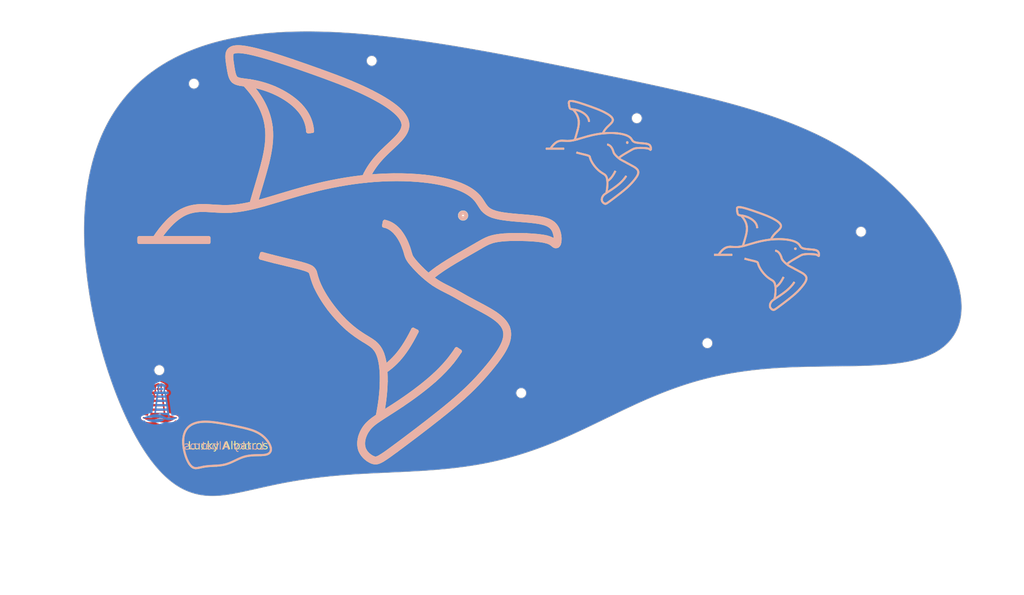
<source format=kicad_pcb>
(kicad_pcb (version 20240108) (generator "pcbnew") (generator_version "8.0")
  (layers (0 "F.Cu" signal) (31 "B.Cu" signal) (34 "B.Paste" user) (35 "F.Paste" user) (36 "B.SilkS" user "B.Silkscreen") (37 "F.SilkS" user "F.Silkscreen") (38 "B.Mask" user) (39 "F.Mask" user) (44 "Edge.Cuts" user))
  (net 0 "")
  (footprint "Keyboard_Components:Albatros_Deko_klein" (layer "F.Cu") (at 161.85 68.71)
    (property "Reference" "REF**")
    (property "Value" "Albatros_Deko_klein")
  )
  (footprint "Keyboard_Components:Albatros_Deko" (layer "F.Cu") (at 88.935623 104.245046)
    (property "Reference" "REF**" (hide yes))
    (property "Value" "Albatros_Deko")
  )
  (footprint "Keyboard_Components:LuckyAlbatros_logo" (layer "F.Cu") (at 76.81 142.14)
    (property "Reference" "REF**" (hide yes))
    (property "Value" "LuckyAlbatros_logo")
    (fp_text user "Lucky Albatros" (at 10.85 0.94 0) (layer "B.SilkS") (effects (font (size 2 2) (thickness 0.1)) (justify left bottom mirror)))
    (fp_text user "Lucky Albatros" (at -8.59 0.85 0) (layer "F.SilkS") (effects (font (size 2 2) (thickness 0.1)) (justify left bottom)))
  )
  (footprint "Keyboard_Components:Albatros_Deko_klein" (layer "F.Cu") (at 204.561406 95.671261)
    (property "Reference" "REF**")
    (property "Value" "Albatros_Deko_klein")
  )
  (footprint "Keyboard_Components:Leuchtturm_10x10" (layer "F.Cu") (at 61.61 130.85)
    (property "Reference" "Ref**" (hide yes))
    (property "Value" "Val**" (hide yes))
    (fp_poly (pts (xy -0.767892 -3.86589) (xy -0.659525 -3.812401) (xy -0.575477 -3.724979) (xy -0.548512 -3.679429) (xy -0.513844 -3.571208) (xy -0.509172 -3.452542) (xy -0.533398 -3.338219) (xy -0.580468 -3.249321) (xy -0.670653 -3.163931) (xy -0.780952 -3.111237) (xy -0.902044 -3.093509) (xy -1.024606 -3.113018) (xy -1.068917 -3.130339) (xy -1.174324 -3.19738) (xy -1.245416 -3.287226) (xy -1.280307 -3.379015) (xy -1.295669 -3.512702) (xy -1.27401 -3.63339) (xy -1.219197 -3.735968) (xy -1.135099 -3.815328) (xy -1.025584 -3.866358) (xy -0.898038 -3.88396) (xy -0.767892 -3.86589)) (stroke (width 0.01)) (fill solid) (layer "F.Cu"))
    (fp_poly (pts (xy -0.232833 4.05055) (xy -0.069437 4.086895) (xy 0.098444 4.118097) (xy 0.275389 4.144537) (xy 0.465978 4.166596) (xy 0.674791 4.184656) (xy 0.906409 4.199096) (xy 1.165411 4.210298) (xy 1.456379 4.218642) (xy 1.783892 4.224509) (xy 1.87325 4.225648) (xy 2.091108 4.228316) (xy 2.270576 4.23082) (xy 2.415594 4.233377) (xy 2.530102 4.236201) (xy 2.618041 4.239509) (xy 2.683353 4.243517) (xy 2.729977 4.248441) (xy 2.761855 4.254497) (xy 2.782928 4.2619) (xy 2.797135 4.270867) (xy 2.803538 4.276629) (xy 2.831498 4.315735) (xy 2.829095 4.360686) (xy 2.824234 4.375751) (xy 2.810303 4.4023) (xy 2.784209 4.427477) (xy 2.73947 4.455148) (xy 2.669602 4.48918) (xy 2.568122 4.533439) (xy 2.539529 4.545512) (xy 2.072209 4.721466) (xy 1.607204 4.855193) (xy 1.144381 4.946732) (xy 1.030791 4.962797) (xy 0.886516 4.977228) (xy 0.719153 4.98688) (xy 0.539436 4.991755) (xy 0.358102 4.991858) (xy 0.185887 4.987192) (xy 0.033524 4.97776) (xy -0.08825 4.963567) (xy -0.09525 4.962413) (xy -0.311546 4.917002) (xy -0.548414 4.849996) (xy -0.809429 4.760204) (xy -1.098161 4.646438) (xy -1.291167 4.563996) (xy -1.398819 4.515976) (xy -1.473126 4.480154) (xy -1.519984 4.452851) (xy -1.545291 4.430385) (xy -1.554943 4.409078) (xy -1.55575 4.398898) (xy -1.551221 4.374698) (xy -1.532881 4.353821) (xy -1.493595 4.332037) (xy -1.426234 4.305114) (xy -1.354667 4.279586) (xy -1.262785 4.248515) (xy -1.142992 4.209442) (xy -1.007958 4.166425) (xy -0.870351 4.123522) (xy -0.804333 4.103317) (xy -0.455083 3.997212) (xy -0.232833 4.05055)) (stroke (width 0.01)) (fill solid) (layer "F.Cu"))
    (fp_poly (pts (xy 0.504911 2.875718) (xy 0.707311 2.889824) (xy 0.88882 2.912445) (xy 0.910167 2.915994) (xy 1.201964 2.973193) (xy 1.525656 3.04952) (xy 1.876176 3.143468) (xy 2.248458 3.253527) (xy 2.637434 3.378188) (xy 3.038037 3.515941) (xy 3.445201 3.665279) (xy 3.514505 3.691632) (xy 3.639635 3.742358) (xy 3.727303 3.785926) (xy 3.781043 3.825739) (xy 3.804386 3.865203) (xy 3.800866 3.907721) (xy 3.780163 3.947634) (xy 3.769543 3.964871) (xy 3.759627 3.978517) (xy 3.746066 3.988346) (xy 3.724511 3.994134) (xy 3.690612 3.995657) (xy 3.640019 3.99269) (xy 3.568384 3.985009) (xy 3.471357 3.972389) (xy 3.344588 3.954605) (xy 3.183728 3.931434) (xy 3.026833 3.908761) (xy 2.644182 3.856085) (xy 2.29346 3.81342) (xy 1.965643 3.780059) (xy 1.651706 3.755294) (xy 1.342625 3.73842) (xy 1.029375 3.728729) (xy 0.702932 3.725513) (xy 0.687917 3.725509) (xy 0.479044 3.726593) (xy 0.295556 3.730575) (xy 0.130715 3.738638) (xy -0.022215 3.751967) (xy -0.16997 3.771746) (xy -0.319287 3.799156) (xy -0.476902 3.835383) (xy -0.649551 3.881609) (xy -0.843971 3.939018) (xy -1.066898 4.008794) (xy -1.23825 4.063923) (xy -1.572339 4.16861) (xy -1.870055 4.254351) (xy -2.132708 4.321487) (xy -2.361608 4.370363) (xy -2.486891 4.391608) (xy -2.601848 4.405702) (xy -2.73981 4.417795) (xy -2.889206 4.427343) (xy -3.038462 4.433798) (xy -3.176007 4.436615) (xy -3.290269 4.435248) (xy -3.344333 4.43206) (xy -3.644205 4.387152) (xy -3.938353 4.305475) (xy -4.233341 4.185076) (xy -4.324676 4.14025) (xy -4.487102 4.054875) (xy -4.612571 3.982794) (xy -4.703684 3.922232) (xy -4.763047 3.871413) (xy -4.79326 3.828562) (xy -4.796732 3.818231) (xy -4.798439 3.735473) (xy -4.765134 3.663049) (xy -4.716636 3.62119) (xy -4.692115 3.609868) (xy -4.663797 3.604594) (xy -4.62448 3.606265) (xy -4.56696 3.615779) (xy -4.484036 3.634035) (xy -4.368505 3.661931) (xy -4.346499 3.667353) (xy -3.988422 3.746032) (xy -3.651989 3.799195) (xy -3.326205 3.828284) (xy -3.069167 3.835195) (xy -2.835477 3.830171) (xy -2.628514 3.813198) (xy -2.438154 3.781672) (xy -2.254273 3.732995) (xy -2.06675 3.664563) (xy -1.865459 3.573777) (xy -1.67651 3.477373) (xy -1.451886 3.3592) (xy -1.258555 3.260097) (xy -1.091183 3.177908) (xy -0.944436 3.110476) (xy -0.812982 3.055644) (xy -0.691485 3.011256) (xy -0.574612 2.975156) (xy -0.45703 2.945185) (xy -0.333405 2.919189) (xy -0.264583 2.906458) (xy -0.103126 2.885496) (xy 0.087243 2.873453) (xy 0.294072 2.870227) (xy 0.504911 2.875718)) (stroke (width 0.01)) (fill solid) (layer "F.Cu"))
    (fp_poly (pts (xy -0.862721 -4.986164) (xy -0.787898 -4.959194) (xy -0.681353 -4.915787) (xy -0.546143 -4.857219) (xy -0.385323 -4.78477) (xy -0.257145 -4.725545) (xy -0.080556 -4.642777) (xy 0.061055 -4.574867) (xy 0.171281 -4.519229) (xy 0.253717 -4.473279) (xy 0.311955 -4.434432) (xy 0.349592 -4.400102) (xy 0.37022 -4.367705) (xy 0.377433 -4.334656) (xy 0.374826 -4.29837) (xy 0.370134 -4.27438) (xy 0.334104 -4.199037) (xy 0.265745 -4.150118) (xy 0.166506 -4.128527) (xy 0.134729 -4.1275) (xy 0.021167 -4.1275) (xy 0.021167 -2.8575) (xy 0.35315 -2.8575) (xy 0.511764 -2.855408) (xy 0.634278 -2.847839) (xy 0.726779 -2.83285) (xy 0.795352 -2.808501) (xy 0.846083 -2.77285) (xy 0.885058 -2.723955) (xy 0.908894 -2.680212) (xy 0.942995 -2.59149) (xy 0.948169 -2.513956) (xy 0.924572 -2.429265) (xy 0.911292 -2.398367) (xy 0.867114 -2.325893) (xy 0.806624 -2.274864) (xy 0.723323 -2.24251) (xy 0.610711 -2.226064) (xy 0.49826 -2.2225) (xy 0.397065 -2.22079) (xy 0.333246 -2.215238) (xy 0.301966 -2.205207) (xy 0.296791 -2.196042) (xy 0.299421 -2.171986) (xy 0.306971 -2.108573) (xy 0.319115 -2.008453) (xy 0.335524 -1.874276) (xy 0.355871 -1.708693) (xy 0.37983 -1.514353) (xy 0.407072 -1.293907) (xy 0.437271 -1.050003) (xy 0.4701 -0.785293) (xy 0.50523 -0.502426) (xy 0.542335 -0.204053) (xy 0.581087 0.107177) (xy 0.600704 0.264583) (xy 0.640076 0.580684) (xy 0.6779 0.884909) (xy 0.713855 1.17464) (xy 0.74762 1.447259) (xy 0.77887 1.700145) (xy 0.807286 1.930682) (xy 0.832544 2.136248) (xy 0.854322 2.314227) (xy 0.872299 2.461999) (xy 0.886153 2.576946) (xy 0.895561 2.656448) (xy 0.900201 2.697886) (xy 0.900631 2.703518) (xy 0.879718 2.702654) (xy 0.828427 2.69576) (xy 0.76076 2.684813) (xy 0.691575 2.676723) (xy 0.591176 2.66997) (xy 0.470674 2.665068) (xy 0.34118 2.662532) (xy 0.275167 2.662316) (xy -0.051105 2.674939) (xy -0.351667 2.712422) (xy -0.636622 2.777051) (xy -0.916076 2.871116) (xy -1.198313 2.996011) (xy -1.433543 3.1115) (xy -2.534503 3.1115) (xy -2.571115 3.353699) (xy -2.586539 3.458631) (xy -2.600423 3.530219) (xy -2.620393 3.575517) (xy -2.654079 3.601581) (xy -2.709107 3.615465) (xy -2.793107 3.624223) (xy -2.870801 3.630863) (xy -2.948807 3.637335) (xy -2.993238 3.637727) (xy -3.01267 3.629874) (xy -3.01568 3.611613) (xy -3.0132 3.594931) (xy -3.009083 3.568335) (xy -2.999064 3.502348) (xy -2.983513 3.399441) (xy -2.962802 3.26209) (xy -2.937304 3.092768) (xy -2.907391 2.893948) (xy -2.873433 2.668104) (xy -2.857363 2.561167) (xy -2.454275 2.561167) (xy -0.982295 2.561167) (xy -0.696809 2.561122) (xy -0.450765 2.560939) (xy -0.24127 2.560544) (xy -0.065432 2.559864) (xy 0.079641 2.558826) (xy 0.196841 2.557356) (xy 0.289061 2.555382) (xy 0.359191 2.552829) (xy 0.410124 2.549625) (xy 0.444753 2.545695) (xy 0.465969 2.540968) (xy 0.476665 2.535369) (xy 0.479732 2.528826) (xy 0.479032 2.524125) (xy 0.472501 2.488854) (xy 0.462975 2.421684) (xy 0.451822 2.332827) (xy 0.442203 2.248958) (xy 0.416028 2.010833) (xy -0.977319 2.010833) (xy -1.215912 2.010993) (xy -1.441604 2.011454) (xy -1.650903 2.012189) (xy -1.840316 2.013172) (xy -2.006352 2.014374) (xy -2.145516 2.01577) (xy -2.254316 2.017331) (xy -2.32926 2.019032) (xy -2.366854 2.020843) (xy -2.370667 2.021644) (xy -2.373703 2.045915) (xy -2.381762 2.101684) (xy -2.393267 2.178635) (xy -2.406645 2.266452) (xy -2.420321 2.354816) (xy -2.432718 2.433412) (xy -2.442262 2.491922) (xy -2.444149 2.502958) (xy -2.454275 2.561167) (xy -2.857363 2.561167) (xy -2.835804 2.417709) (xy -2.794875 2.145238) (xy -2.751018 1.853164) (xy -2.704604 1.54396) (xy -2.692081 1.4605) (xy -2.287918 1.4605) (xy -0.974626 1.4605) (xy -0.705951 1.460446) (xy -0.476528 1.460227) (xy -0.283275 1.459755) (xy -0.123109 1.458943) (xy 0.007051 1.457706) (xy 0.110286 1.455954) (xy 0.189679 1.453603) (xy 0.248312 1.450564) (xy 0.289266 1.44675) (xy 0.315623 1.442075) (xy 0.330464 1.436452) (xy 0.336873 1.429794) (xy 0.337996 1.423458) (xy 0.334947 1.387812) (xy 0.327247 1.320887) (xy 0.316171 1.233322) (xy 0.306917 1.164167) (xy 0.294274 1.069823) (xy 0.284066 0.989963) (xy 0.277547 0.934629) (xy 0.275837 0.915458) (xy 0.267475 0.90968) (xy 0.240927 0.90475) (xy 0.193527 0.900611) (xy 0.122611 0.897206) (xy 0.025512 0.894478) (xy -0.100435 0.89237) (xy -0.257894 0.890825) (xy -0.449533 0.889787) (xy -0.678016 0.889197) (xy -0.946008 0.889) (xy -0.963083 0.889) (xy -1.187667 0.889179) (xy -1.399137 0.889696) (xy -1.59379 0.890518) (xy -1.767921 0.891612) (xy -1.917824 0.892946) (xy -2.039795 0.894488) (xy -2.130128 0.896206) (xy -2.185119 0.898067) (xy -2.201333 0.899811) (xy -2.204374 0.92385) (xy -2.212478 0.979717) (xy -2.224122 1.05742) (xy -2.23778 1.146969) (xy -2.251928 1.238374) (xy -2.26504 1.321645) (xy -2.275592 1.38679) (xy -2.276412 1.391708) (xy -2.287918 1.4605) (xy -2.692081 1.4605) (xy -2.656006 1.220101) (xy -2.605596 0.884059) (xy -2.582528 0.73025) (xy -2.531361 0.389154) (xy -2.521401 0.322792) (xy -2.116282 0.322792) (xy -2.095827 0.325763) (xy -2.036864 0.328554) (xy -1.94322 0.331111) (xy -1.818719 0.333382) (xy -1.667188 0.335316) (xy -1.492452 0.336858) (xy -1.298337 0.337958) (xy -1.088669 0.338563) (xy -0.956313 0.338667) (xy 0.20404 0.338667) (xy 0.174764 0.079375) (xy 0.162813 -0.022622) (xy 0.15173 -0.110288) (xy 0.142729 -0.174469) (xy 0.137022 -0.206008) (xy 0.136908 -0.206375) (xy 0.126276 -0.212554) (xy 0.096825 -0.217762) (xy 0.04572 -0.222068) (xy -0.029876 -0.225541) (xy -0.1328 -0.228249) (xy -0.265887 -0.230261) (xy -0.431975 -0.231648) (xy -0.6339 -0.232476) (xy -0.874498 -0.232816) (xy -0.951836 -0.232833) (xy -1.161214 -0.232532) (xy -1.35723 -0.231667) (xy -1.535915 -0.230296) (xy -1.693301 -0.228478) (xy -1.825419 -0.226271) (xy -1.9283 -0.223733) (xy -1.997976 -0.220923) (xy -2.030477 -0.217898) (xy -2.032385 -0.216958) (xy -2.035776 -0.191016) (xy -2.044731 -0.132008) (xy -2.057898 -0.04863) (xy -2.073925 0.050419) (xy -2.074333 0.052917) (xy -2.090413 0.152235) (xy -2.103664 0.23609) (xy -2.112736 0.295786) (xy -2.116276 0.322623) (xy -2.116282 0.322792) (xy -2.521401 0.322792) (xy -2.481789 0.05888) (xy -2.43419 -0.258077) (xy -2.388939 -0.559219) (xy -2.35288 -0.799042) (xy -1.946514 -0.799042) (xy -1.926201 -0.795856) (xy -1.867662 -0.792884) (xy -1.775004 -0.79019) (xy -1.652335 -0.787839) (xy -1.503762 -0.785897) (xy -1.333392 -0.784427) (xy -1.145332 -0.783496) (xy -0.943689 -0.783167) (xy -0.941917 -0.783167) (xy -0.700079 -0.783387) (xy -0.497637 -0.784101) (xy -0.331659 -0.785385) (xy -0.199208 -0.787316) (xy -0.097351 -0.789971) (xy -0.023154 -0.793429) (xy 0.026319 -0.797766) (xy 0.054 -0.803059) (xy 0.062826 -0.809386) (xy 0.062829 -0.809625) (xy 0.05981 -0.840609) (xy 0.052183 -0.903478) (xy 0.041201 -0.988189) (xy 0.03175 -1.058333) (xy 0.019168 -1.151292) (xy 0.008988 -1.228392) (xy 0.002447 -1.28016) (xy 0.00067 -1.296679) (xy -0.019927 -1.299903) (xy -0.078591 -1.302668) (xy -0.171054 -1.304925) (xy -0.29305 -1.306626) (xy -0.440314 -1.307723) (xy -0.608579 -1.308168) (xy -0.793581 -1.307913) (xy -0.935697 -1.307262) (xy -1.871393 -1.30175) (xy -1.908544 -1.058333) (xy -1.923257 -0.961076) (xy -1.935364 -0.879425) (xy -1.943556 -0.822318) (xy -1.946514 -0.799042) (xy -2.35288 -0.799042) (xy -2.346412 -0.842052) (xy -2.306985 -1.104079) (xy -2.271034 -1.342804) (xy -2.238935 -1.555731) (xy -2.211064 -1.740365) (xy -2.192568 -1.862667) (xy -1.783454 -1.862667) (xy -0.922051 -1.862667) (xy -0.708346 -1.862755) (xy -0.53322 -1.863129) (xy -0.392919 -1.863953) (xy -0.283688 -1.865389) (xy -0.201773 -1.867601) (xy -0.14342 -1.870753) (xy -0.104873 -1.875008) (xy -0.08238 -1.88053) (xy -0.072186 -1.887481) (xy -0.070535 -1.896027) (xy -0.071363 -1.899708) (xy -0.078911 -1.93912) (xy -0.088126 -2.005773) (xy -0.096422 -2.079625) (xy -0.110765 -2.2225) (xy -1.730956 -2.2225) (xy -1.743156 -2.153708) (xy -1.753155 -2.091061) (xy -1.764518 -2.011115) (xy -1.769405 -1.973792) (xy -1.783454 -1.862667) (xy -2.192568 -1.862667) (xy -2.187797 -1.894208) (xy -2.16951 -2.014766) (xy -2.156579 -2.099542) (xy -2.14938 -2.14604) (xy -2.148128 -2.153708) (xy -2.135915 -2.2225) (xy -2.353833 -2.222533) (xy -2.469364 -2.224746) (xy -2.55245 -2.232167) (xy -2.612792 -2.246029) (xy -2.645412 -2.259575) (xy -2.731876 -2.323911) (xy -2.787925 -2.408884) (xy -2.813558 -2.505684) (xy -2.808775 -2.605503) (xy -2.773576 -2.699532) (xy -2.707961 -2.778964) (xy -2.645412 -2.820426) (xy -2.611198 -2.834406) (xy -2.568103 -2.84447) (xy -2.509094 -2.851212) (xy -2.427138 -2.855225) (xy -2.315202 -2.857103) (xy -2.206625 -2.857467) (xy -1.8415 -2.8575) (xy -1.8415 -4.1275) (xy -1.4605 -4.1275) (xy -1.4605 -2.8575) (xy -0.338667 -2.8575) (xy -0.338667 -4.1275) (xy -1.4605 -4.1275) (xy -1.8415 -4.1275) (xy -1.948962 -4.1275) (xy -2.021008 -4.131866) (xy -2.070545 -4.149675) (xy -2.116914 -4.187995) (xy -2.118295 -4.189372) (xy -2.167561 -4.261971) (xy -2.178962 -4.338376) (xy -2.1516 -4.410196) (xy -2.143125 -4.42123) (xy -2.112336 -4.443844) (xy -2.048631 -4.480269) (xy -2.028946 -4.490579) (xy -1.17475 -4.490579) (xy -0.899583 -4.490773) (xy -0.624417 -4.490967) (xy -0.751417 -4.551608) (xy -0.819345 -4.58275) (xy -0.872958 -4.604972) (xy -0.899583 -4.613225) (xy -0.928265 -4.605019) (xy -0.982672 -4.582602) (xy -1.04775 -4.55239) (xy -1.17475 -4.490579) (xy -2.028946 -4.490579) (xy -1.958036 -4.527718) (xy -1.846577 -4.5834) (xy -1.72028 -4.644525) (xy -1.585173 -4.708305) (xy -1.447279 -4.771949) (xy -1.312627 -4.832667) (xy -1.187241 -4.887671) (xy -1.077148 -4.93417) (xy -0.988375 -4.969376) (xy -0.926946 -4.990497) (xy -0.902767 -4.995419) (xy -0.862721 -4.986164)) (stroke (width 0.01)) (fill solid) (layer "F.Cu"))
    (fp_poly (pts (xy 0.039139 -3.864823) (xy 0.136058 -3.813245) (xy 0.215729 -3.73681) (xy 0.271257 -3.638254) (xy 0.295751 -3.520315) (xy 0.296333 -3.498096) (xy 0.28088 -3.379226) (xy 0.238197 -3.271717) (xy 0.176103 -3.191682) (xy 0.087229 -3.13505) (xy -0.020548 -3.101506) (xy -0.132731 -3.093227) (xy -0.234824 -3.112391) (xy -0.264583 -3.125505) (xy -0.373567 -3.203427) (xy -0.449579 -3.300842) (xy -0.491373 -3.410998) (xy -0.497704 -3.527143) (xy -0.467324 -3.642528) (xy -0.398987 -3.7504) (xy -0.38318 -3.767848) (xy -0.286189 -3.843058) (xy -0.178877 -3.882466) (xy -0.068137 -3.888809) (xy 0.039139 -3.864823)) (stroke (width 0.01)) (fill solid) (layer "B.Cu"))
    (fp_poly (pts (xy -0.515657 4.015713) (xy -0.4577 4.026163) (xy -0.384756 4.04462) (xy -0.291513 4.071993) (xy -0.172657 4.109189) (xy -0.022876 4.157117) (xy 0.122749 4.203785) (xy 0.266184 4.250897) (xy 0.386399 4.292931) (xy 0.479046 4.32823) (xy 0.53978 4.355136) (xy 0.564254 4.371993) (xy 0.564326 4.372168) (xy 0.568046 4.396626) (xy 0.556649 4.420841) (xy 0.525673 4.447633) (xy 0.47066 4.479823) (xy 0.38715 4.52023) (xy 0.270681 4.571675) (xy 0.2032 4.600507) (xy -0.008047 4.688422) (xy -0.189945 4.760002) (xy -0.350838 4.818179) (xy -0.499068 4.86589) (xy -0.642978 4.906069) (xy -0.719667 4.925149) (xy -0.80296 4.943922) (xy -0.880306 4.958067) (xy -0.960527 4.968388) (xy -1.052446 4.975688) (xy -1.164884 4.980773) (xy -1.306663 4.984446) (xy -1.386417 4.985921) (xy -1.593265 4.987628) (xy -1.765167 4.984855) (xy -1.909297 4.977348) (xy -2.03283 4.96485) (xy -2.053167 4.962088) (xy -2.456669 4.888843) (xy -2.869967 4.782888) (xy -3.280831 4.647664) (xy -3.556218 4.539217) (xy -3.674461 4.486536) (xy -3.756357 4.442104) (xy -3.806057 4.401846) (xy -3.827714 4.361684) (xy -3.825478 4.317543) (xy -3.813852 4.28625) (xy -3.783652 4.247343) (xy -3.752246 4.234134) (xy -3.723459 4.234083) (xy -3.657057 4.233601) (xy -3.557756 4.232732) (xy -3.430272 4.231522) (xy -3.27932 4.230017) (xy -3.109617 4.228261) (xy -2.925879 4.226299) (xy -2.8575 4.225555) (xy -2.49688 4.219781) (xy -2.17451 4.210578) (xy -1.886418 4.197617) (xy -1.628636 4.180567) (xy -1.397193 4.159099) (xy -1.188119 4.132883) (xy -0.997443 4.101589) (xy -0.821196 4.064886) (xy -0.766588 4.051795) (xy -0.703873 4.035827) (xy -0.652736 4.023327) (xy -0.607862 4.015203) (xy -0.56394 4.012362) (xy -0.515657 4.015713)) (stroke (width 0.01)) (fill solid) (layer "B.Cu"))
    (fp_poly (pts (xy -1.050738 2.8764) (xy -0.831817 2.893965) (xy -0.626736 2.925327) (xy -0.427827 2.972673) (xy -0.227421 3.038188) (xy -0.017852 3.124058) (xy 0.208549 3.232468) (xy 0.45945 3.365604) (xy 0.473824 3.373528) (xy 0.692169 3.490933) (xy 0.883718 3.586176) (xy 1.056011 3.661857) (xy 1.216587 3.720574) (xy 1.372987 3.764927) (xy 1.532751 3.797515) (xy 1.703419 3.820937) (xy 1.799167 3.830374) (xy 2.049277 3.840558) (xy 2.328217 3.830718) (xy 2.627992 3.801717) (xy 2.940609 3.754414) (xy 3.258073 3.689673) (xy 3.382087 3.659729) (xy 3.510867 3.629032) (xy 3.605954 3.611927) (xy 3.673923 3.608952) (xy 3.721353 3.62065) (xy 3.75482 3.647562) (xy 3.780903 3.690227) (xy 3.782054 3.692621) (xy 3.802909 3.759957) (xy 3.793978 3.82007) (xy 3.752144 3.878491) (xy 3.674294 3.940746) (xy 3.624051 3.973104) (xy 3.379866 4.111276) (xy 3.133692 4.228315) (xy 2.894553 4.320388) (xy 2.67147 4.383667) (xy 2.642468 4.38992) (xy 2.530798 4.407292) (xy 2.389203 4.420835) (xy 2.22996 4.430083) (xy 2.065343 4.43457) (xy 1.907627 4.433828) (xy 1.769088 4.427392) (xy 1.734575 4.424425) (xy 1.560111 4.403837) (xy 1.382137 4.375125) (xy 1.194455 4.336815) (xy 0.99087 4.287436) (xy 0.765184 4.225515) (xy 0.5112 4.149581) (xy 0.306917 4.085273) (xy 0.068517 4.009224) (xy -0.135376 3.945264) (xy -0.310485 3.892303) (xy -0.462532 3.84925) (xy -0.597241 3.815016) (xy -0.720334 3.788509) (xy -0.837533 3.76864) (xy -0.954562 3.754318) (xy -1.077144 3.744453) (xy -1.211 3.737955) (xy -1.361854 3.733733) (xy -1.535429 3.730697) (xy -1.55575 3.730395) (xy -1.886058 3.728656) (xy -2.202007 3.733901) (xy -2.512254 3.746753) (xy -2.825455 3.767839) (xy -3.150267 3.797782) (xy -3.495347 3.837209) (xy -3.86935 3.886745) (xy -4.021667 3.908466) (xy -4.212062 3.936063) (xy -4.364957 3.957988) (xy -4.484755 3.974602) (xy -4.575858 3.986266) (xy -4.642669 3.993337) (xy -4.689589 3.996178) (xy -4.72102 3.995146) (xy -4.741365 3.990602) (xy -4.755026 3.982905) (xy -4.766406 3.972416) (xy -4.769247 3.969562) (xy -4.800402 3.913091) (xy -4.797805 3.851023) (xy -4.767792 3.805161) (xy -4.729595 3.782608) (xy -4.655768 3.749106) (xy -4.551091 3.706332) (xy -4.420341 3.65596) (xy -4.268297 3.599668) (xy -4.099735 3.539132) (xy -3.919435 3.476027) (xy -3.732173 3.412028) (xy -3.54273 3.348814) (xy -3.355881 3.288058) (xy -3.176406 3.231438) (xy -3.009083 3.180629) (xy -2.884202 3.144451) (xy -2.588711 3.064109) (xy -2.325795 2.999323) (xy -2.089104 2.949001) (xy -1.872291 2.912051) (xy -1.669007 2.887381) (xy -1.472903 2.8739) (xy -1.291167 2.870448) (xy -1.050738 2.8764)) (stroke (width 0.01)) (fill solid) (layer "B.Cu"))
    (fp_poly (pts (xy -0.058455 -4.986291) (xy 0.014573 -4.959858) (xy 0.118305 -4.917633) (xy 0.24913 -4.861127) (xy 0.40344 -4.791853) (xy 0.547188 -4.725545) (xy 0.71882 -4.645004) (xy 0.855592 -4.579521) (xy 0.961359 -4.527022) (xy 1.039973 -4.485437) (xy 1.09529 -4.452694) (xy 1.131162 -4.426721) (xy 1.151444 -4.405447) (xy 1.15573 -4.398426) (xy 1.18249 -4.320113) (xy 1.171208 -4.252873) (xy 1.123461 -4.189372) (xy 1.080346 -4.15241) (xy 1.035752 -4.133875) (xy 0.972305 -4.127793) (xy 0.943545 -4.1275) (xy 0.8255 -4.1275) (xy 0.8255 -2.8575) (xy 1.201538 -2.8575) (xy 1.340808 -2.856979) (xy 1.444731 -2.855009) (xy 1.520289 -2.850982) (xy 1.574459 -2.844289) (xy 1.614222 -2.83432) (xy 1.646557 -2.820467) (xy 1.650649 -2.818311) (xy 1.737627 -2.75446) (xy 1.790782 -2.671059) (xy 1.814785 -2.560677) (xy 1.815113 -2.556753) (xy 1.816785 -2.479666) (xy 1.803657 -2.423046) (xy 1.774172 -2.370667) (xy 1.723559 -2.308903) (xy 1.663616 -2.266173) (xy 1.58606 -2.239516) (xy 1.482604 -2.225967) (xy 1.359958 -2.222533) (xy 1.269905 -2.221452) (xy 1.19811 -2.218558) (xy 1.153422 -2.214334) (xy 1.143 -2.210738) (xy 1.146092 -2.188784) (xy 1.15513 -2.127369) (xy 1.169753 -2.028893) (xy 1.189602 -1.895758) (xy 1.214317 -1.730363) (xy 1.243539 -1.535109) (xy 1.276906 -1.312396) (xy 1.314061 -1.064625) (xy 1.354642 -0.794197) (xy 1.398291 -0.50351) (xy 1.444647 -0.194967) (xy 1.493352 0.129033) (xy 1.544044 0.46609) (xy 1.576917 0.684577) (xy 1.628726 1.02913) (xy 1.678771 1.362456) (xy 1.72669 1.682126) (xy 1.772124 1.985714) (xy 1.814711 2.270792) (xy 1.854091 2.534932) (xy 1.889902 2.775707) (xy 1.921785 2.99069) (xy 1.949378 3.177453) (xy 1.97232 3.333569) (xy 1.990252 3.45661) (xy 2.002811 3.544149) (xy 2.009638 3.593758) (xy 2.010833 3.604398) (xy 2.008566 3.621676) (xy 1.997052 3.632229) (xy 1.969224 3.63655) (xy 1.918011 3.635128) (xy 1.836346 3.628456) (xy 1.763865 3.621564) (xy 1.693018 3.612755) (xy 1.640136 3.602574) (xy 1.619044 3.594623) (xy 1.610502 3.569036) (xy 1.598245 3.510573) (xy 1.58401 3.428343) (xy 1.571564 3.345915) (xy 1.538353 3.1115) (xy 0.431808 3.1115) (xy 0.200029 2.997308) (xy -0.076536 2.873885) (xy -0.34672 2.781118) (xy -0.620969 2.71663) (xy -0.909729 2.678042) (xy -1.223444 2.662976) (xy -1.27 2.662608) (xy -1.399799 2.663655) (xy -1.52628 2.667339) (xy -1.638334 2.673152) (xy -1.724848 2.680585) (xy -1.755593 2.684843) (xy -1.825751 2.696104) (xy -1.876655 2.702757) (xy -1.896808 2.703414) (xy -1.894882 2.682204) (xy -1.888035 2.621595) (xy -1.880933 2.561167) (xy -1.486256 2.561167) (xy 1.454056 2.561167) (xy 1.41527 2.312458) (xy 1.400044 2.212865) (xy 1.387569 2.127536) (xy 1.379166 2.065775) (xy 1.376158 2.037292) (xy 1.367991 2.031827) (xy 1.341952 2.027117) (xy 1.29552 2.023116) (xy 1.226172 2.019775) (xy 1.131387 2.017046) (xy 1.008644 2.014881) (xy 0.855419 2.013232) (xy 0.669192 2.012052) (xy 0.447441 2.011293) (xy 0.187643 2.010907) (xy -0.018087 2.010833) (xy -1.412008 2.010833) (xy -1.438098 2.238375) (xy -1.449894 2.336867) (xy -1.461204 2.423662) (xy -1.470528 2.487632) (xy -1.475222 2.513542) (xy -1.486256 2.561167) (xy -1.880933 2.561167) (xy -1.876586 2.524193) (xy -1.860853 2.392606) (xy -1.841154 2.229443) (xy -1.817806 2.037311) (xy -1.791129 1.818817) (xy -1.761439 1.57657) (xy -1.740852 1.409115) (xy -1.3335 1.409115) (xy -1.3335 1.4605) (xy -0.01974 1.4605) (xy 0.248861 1.460448) (xy 0.478188 1.460235) (xy 0.671299 1.459774) (xy 0.831253 1.458978) (xy 0.961108 1.45776) (xy 1.063922 1.456033) (xy 1.142755 1.453711) (xy 1.200665 1.450705) (xy 1.240711 1.44693) (xy 1.26595 1.442299) (xy 1.279443 1.436724) (xy 1.284247 1.430118) (xy 1.283737 1.423458) (xy 1.276735 1.38861) (xy 1.265419 1.321688) (xy 1.251391 1.232535) (xy 1.237229 1.137708) (xy 1.201002 0.889) (xy -1.268082 0.889) (xy -1.279362 0.957792) (xy -1.292187 1.042401) (xy -1.305374 1.139867) (xy -1.317477 1.238127) (xy -1.327049 1.325116) (xy -1.332643 1.388771) (xy -1.3335 1.409115) (xy -1.740852 1.409115) (xy -1.729056 1.313178) (xy -1.694298 1.031248) (xy -1.657482 0.733387) (xy -1.618926 0.422205) (xy -1.608557 0.338667) (xy -1.211089 0.338667) (xy 1.12264 0.338667) (xy 1.1124 0.291042) (xy 1.105255 0.25135) (xy 1.093773 0.180445) (xy 1.079648 0.089016) (xy 1.067142 0.005292) (xy 1.032122 -0.232833) (xy -1.135695 -0.232833) (xy -1.162179 0.005292) (xy -1.173875 0.105861) (xy -1.185136 0.194687) (xy -1.194542 0.261005) (xy -1.199876 0.291042) (xy -1.211089 0.338667) (xy -1.608557 0.338667) (xy -1.596721 0.243313) (xy -1.557286 -0.074203) (xy -1.519329 -0.37986) (xy -1.483175 -0.67105) (xy -1.465973 -0.809625) (xy -1.058274 -0.809625) (xy -1.049881 -0.80326) (xy -1.022715 -0.797932) (xy -0.973843 -0.793562) (xy -0.900331 -0.790075) (xy -0.799245 -0.787393) (xy -0.667652 -0.785438) (xy -0.502618 -0.784133) (xy -0.301209 -0.783402) (xy -0.060492 -0.783167) (xy 0.953306 -0.783167) (xy 0.942993 -0.830792) (xy 0.935235 -0.874034) (xy 0.924058 -0.945283) (xy 0.911634 -1.030582) (xy 0.909239 -1.04775) (xy 0.896707 -1.134174) (xy 0.884804 -1.20928) (xy 0.875764 -1.259109) (xy 0.874521 -1.264708) (xy 0.863244 -1.312333) (xy -0.994027 -1.312333) (xy -1.004332 -1.264708) (xy -1.011144 -1.223367) (xy -1.020676 -1.153456) (xy -1.031469 -1.067278) (xy -1.042064 -0.977139) (xy -1.051003 -0.895342) (xy -1.056827 -0.834192) (xy -1.058274 -0.809625) (xy -1.465973 -0.809625) (xy -1.449147 -0.945165) (xy -1.417569 -1.199596) (xy -1.388763 -1.431734) (xy -1.363055 -1.638971) (xy -1.340767 -1.818699) (xy -1.335318 -1.862667) (xy -0.935055 -1.862667) (xy 0.788577 -1.862667) (xy 0.774175 -1.952625) (xy 0.761246 -2.036745) (xy 0.748696 -2.123358) (xy 0.747426 -2.132542) (xy 0.735079 -2.2225) (xy -0.884193 -2.2225) (xy -0.897747 -2.121958) (xy -0.908952 -2.040799) (xy -0.920309 -1.961443) (xy -0.923177 -1.942042) (xy -0.935055 -1.862667) (xy -1.335318 -1.862667) (xy -1.322223 -1.968308) (xy -1.307746 -2.08519) (xy -1.297661 -2.166736) (xy -1.292291 -2.210338) (xy -1.291464 -2.217208) (xy -1.310987 -2.219454) (xy -1.363792 -2.221226) (xy -1.440828 -2.222294) (xy -1.497872 -2.2225) (xy -1.65052 -2.231257) (xy -1.767522 -2.258923) (xy -1.852082 -2.307592) (xy -1.907407 -2.379356) (xy -1.936699 -2.476309) (xy -1.941008 -2.511965) (xy -1.933754 -2.62616) (xy -1.889849 -2.719221) (xy -1.80888 -2.791902) (xy -1.777241 -2.809875) (xy -1.738355 -2.828087) (xy -1.698872 -2.840986) (xy -1.650702 -2.849474) (xy -1.585755 -2.854452) (xy -1.49594 -2.856824) (xy -1.373168 -2.857491) (xy -1.350182 -2.8575) (xy -1.016 -2.8575) (xy -1.016 -4.1275) (xy -0.656167 -4.1275) (xy -0.656167 -2.8575) (xy 0.465667 -2.8575) (xy 0.465667 -4.1275) (xy -0.656167 -4.1275) (xy -1.016 -4.1275) (xy -1.134045 -4.1275) (xy -1.20779 -4.130725) (xy -1.256811 -4.144384) (xy -1.298482 -4.174451) (xy -1.313962 -4.189372) (xy -1.363158 -4.261817) (xy -1.374673 -4.338008) (xy -1.347592 -4.40943) (xy -1.338792 -4.420832) (xy -1.308105 -4.443208) (xy -1.244505 -4.479425) (xy -1.223153 -4.490579) (xy -0.370417 -4.490579) (xy 0.179917 -4.490967) (xy 0.052917 -4.551608) (xy -0.015011 -4.58275) (xy -0.068625 -4.604972) (xy -0.09525 -4.613225) (xy -0.123932 -4.605019) (xy -0.178339 -4.582602) (xy -0.243417 -4.55239) (xy -0.370417 -4.490579) (xy -1.223153 -4.490579) (xy -1.154007 -4.526698) (xy -1.042632 -4.582243) (xy -0.916395 -4.643274) (xy -0.781315 -4.707007) (xy -0.643409 -4.770657) (xy -0.508695 -4.831439) (xy -0.383191 -4.886568) (xy -0.272915 -4.933259) (xy -0.183884 -4.968728) (xy -0.122116 -4.99019) (xy -0.097171 -4.995419) (xy -0.058455 -4.986291)) (stroke (width 0.01)) (fill solid) (layer "B.Cu"))
  )
  (gr_line (start 86.706116 152.491017) (end 87.052327 152.413223) (stroke (width 0.1)) (layer "Edge.Cuts"))
  (gr_line (start 59.52603 146.357465) (end 59.800408 146.697275) (stroke (width 0.1)) (layer "Edge.Cuts"))
  (gr_line (start 197.266 125.443571) (end 197.822862 125.285164) (stroke (width 0.1)) (layer "Edge.Cuts"))
  (gr_line (start 188.030423 128.653322) (end 188.563577 128.440351) (stroke (width 0.1)) (layer "Edge.Cuts"))
  (gr_line (start 174.401583 134.881589) (end 175.066238 134.558835) (stroke (width 0.1)) (layer "Edge.Cuts"))
  (gr_line (start 212.579449 56.695001) (end 211.400292 56.332382) (stroke (width 0.1)) (layer "Edge.Cuts"))
  (gr_line (start 264.742005 105.094706) (end 264.716816 104.800614) (stroke (width 0.1)) (layer "Edge.Cuts"))
  (gr_line (start 96.817541 150.509176) (end 97.273038 150.438908) (stroke (width 0.1)) (layer "Edge.Cuts"))
  (gr_line (start 264.000529 111.38418) (end 264.13554 110.989603) (stroke (width 0.1)) (layer "Edge.Cuts"))
  (gr_line (start 260.08704 116.762119) (end 260.464653 116.454195) (stroke (width 0.1)) (layer "Edge.Cuts"))
  (gr_line (start 144.015667 146.194391) (end 144.540954 146.088552) (stroke (width 0.1)) (layer "Edge.Cuts"))
  (gr_line (start 53.122018 52.17958) (end 52.735834 52.619171) (stroke (width 0.1)) (layer "Edge.Cuts"))
  (gr_circle (center 69.767485 49.772764) (end 68.517485 49.772764) (stroke (width 0.1)) (fill none) (layer "Edge.Cuts"))
  (gr_line (start 118.357608 37.715814) (end 116.769639 37.544342) (stroke (width 0.1)) (layer "Edge.Cuts"))
  (gr_line (start 145.587248 145.867289) (end 146.108249 145.751934) (stroke (width 0.1)) (layer "Edge.Cuts"))
  (gr_line (start 142.430453 146.493101) (end 142.960095 146.396659) (stroke (width 0.1)) (layer "Edge.Cuts"))
  (gr_line (start 140.834738 146.764385) (end 141.367721 146.676904) (stroke (width 0.1)) (layer "Edge.Cuts"))
  (gr_line (start 57.314779 48.138373) (end 56.869227 48.5131) (stroke (width 0.1)) (layer "Edge.Cuts"))
  (gr_line (start 135.998912 147.429936) (end 136.539053 147.366087) (stroke (width 0.1)) (layer "Edge.Cuts"))
  (gr_line (start 49.813905 128.194765) (end 50.050361 128.807907) (stroke (width 0.1)) (layer "Edge.Cuts"))
  (gr_line (start 67.903285 153.22956) (end 68.119719 153.319959) (stroke (width 0.1)) (layer "Edge.Cuts"))
  (gr_line (start 111.913726 148.953672) (end 112.486082 148.920783) (stroke (width 0.1)) (layer "Edge.Cuts"))
  (gr_line (start 69.426221 153.788691) (end 69.644938 153.85481) (stroke (width 0.1)) (layer "Edge.Cuts"))
  (gr_line (start 235.333035 121.566241) (end 236.050355 121.554519) (stroke (width 0.1)) (layer "Edge.Cuts"))
  (gr_line (start 264.361478 102.417935) (end 264.232269 101.815361) (stroke (width 0.1)) (layer "Edge.Cuts"))
  (gr_line (start 255.230297 119.337127) (end 255.476068 119.249115) (stroke (width 0.1)) (layer "Edge.Cuts"))
  (gr_line (start 89.88517 151.791585) (end 90.247785 151.714922) (stroke (width 0.1)) (layer "Edge.Cuts"))
  (gr_line (start 141.34164 41.109582) (end 140.316605 40.930314) (stroke (width 0.1)) (layer "Edge.Cuts"))
  (gr_line (start 112.486082 148.920783) (end 113.060843 148.888869) (stroke (width 0.1)) (layer "Edge.Cuts"))
  (gr_line (start 256.672125 118.770827) (end 256.904521 118.667239) (stroke (width 0.1)) (layer "Edge.Cuts"))
  (gr_line (start 96.364842 150.580644) (end 96.817541 150.509176) (stroke (width 0.1)) (layer "Edge.Cuts"))
  (gr_line (start 264.716816 104.800614) (end 264.687205 104.5056) (stroke (width 0.1)) (layer "Edge.Cuts"))
  (gr_line (start 254.226573 119.665042) (end 254.480527 119.586602) (stroke (width 0.1)) (layer "Edge.Cuts"))
  (gr_line (start 256.138347 85.472964) (end 255.797372 85.013036) (stroke (width 0.1)) (layer "Edge.Cuts"))
  (gr_line (start 218.897658 121.975182) (end 219.6561 121.933525) (stroke (width 0.1)) (layer "Edge.Cuts"))
  (gr_line (start 195.055537 126.113714) (end 195.605692 125.940827) (stroke (width 0.1)) (layer "Edge.Cuts"))
  (gr_line (start 124.342595 148.34338) (end 124.950356 148.31133) (stroke (width 0.1)) (layer "Edge.Cuts"))
  (gr_line (start 105.938414 149.391905) (end 106.445085 149.346544) (stroke (width 0.1)) (layer "Edge.Cuts"))
  (gr_line (start 42.272304 78.987491) (end 42.197754 79.728375) (stroke (width 0.1)) (layer "Edge.Cuts"))
  (gr_line (start 123.130047 148.404888) (end 123.735801 148.374535) (stroke (width 0.1)) (layer "Edge.Cuts"))
  (gr_line (start 159.14252 141.763403) (end 160.103582 141.386936) (stroke (width 0.1)) (layer "Edge.Cuts"))
  (gr_line (start 262.046577 95.423652) (end 261.81869 94.923995) (stroke (width 0.1)) (layer "Edge.Cuts"))
  (gr_line (start 90.581448 36.76596) (end 89.117068 36.87717) (stroke (width 0.1)) (layer "Edge.Cuts"))
  (gr_line (start 100.064162 150.043113) (end 100.538945 149.981554) (stroke (width 0.1)) (layer "Edge.Cuts"))
  (gr_line (start 126.778723 148.208877) (end 127.320656 148.176351) (stroke (width 0.1)) (layer "Edge.Cuts"))
  (gr_line (start 51.253931 54.440788) (end 50.89943 54.91188) (stroke (width 0.1)) (layer "Edge.Cuts"))
  (gr_line (start 264.475051 103.018056) (end 264.420251 102.718322) (stroke (width 0.1)) (layer "Edge.Cuts"))
  (gr_line (start 41.907485 84.252764) (end 41.873661 85.543338) (stroke (width 0.1)) (layer "Edge.Cuts"))
  (gr_line (start 88.454168 152.101399) (end 88.809082 152.023598) (stroke (width 0.1)) (layer "Edge.Cuts"))
  (gr_line (start 154.463463 43.554239) (end 153.47022 43.361302) (stroke (width 0.1)) (layer "Edge.Cuts"))
  (gr_line (start 242.019092 71.142795) (end 241.51216 70.758883) (stroke (width 0.1)) (layer "Edge.Cuts"))
  (gr_line (start 116.769639 37.544342) (end 115.184269 37.383906) (stroke (width 0.1)) (layer "Edge.Cuts"))
  (gr_line (start 253.453132 119.886774) (end 253.712838 119.815087) (stroke (width 0.1)) (layer "Edge.Cuts"))
  (gr_line (start 47.074643 61.232965) (end 46.982738 61.423127) (stroke (width 0.1)) (layer "Edge.Cuts"))
  (gr_line (start 158.17543 142.131014) (end 158.659727 141.948333) (stroke (width 0.1)) (layer "Edge.Cuts"))
  (gr_line (start 138.693258 147.086242) (end 139.229954 147.009867) (stroke (width 0.1)) (layer "Edge.Cuts"))
  (gr_line (start 260.933927 116.035403) (end 261.08516 115.890714) (stroke (width 0.1)) (layer "Edge.Cuts"))
  (gr_line (start 210.99305 122.681429) (end 211.531364 122.615592) (stroke (width 0.1)) (layer "Edge.Cuts"))
  (gr_line (start 100.538945 149.981554) (end 101.016442 149.921283) (stroke (width 0.1)) (layer "Edge.Cuts"))
  (gr_line (start 77.961617 154.266257) (end 78.226595 154.229012) (stroke (width 0.1)) (layer "Edge.Cuts"))
  (gr_line (start 42.759228 75.346008) (end 42.646508 76.065555) (stroke (width 0.1)) (layer "Edge.Cuts"))
  (gr_line (start 176.393858 133.915128) (end 177.057052 133.59462) (stroke (width 0.1)) (layer "Edge.Cuts"))
  (gr_circle (center 200.217485 115.702764) (end 198.967485 115.702764) (stroke (width 0.1)) (fill none) (layer "Edge.Cuts"))
  (gr_line (start 170.703664 46.806283) (end 169.859262 46.633351) (stroke (width 0.1)) (layer "Edge.Cuts"))
  (gr_line (start 150.472492 42.785548) (end 149.467597 42.594988) (stroke (width 0.1)) (layer "Edge.Cuts"))
  (gr_line (start 192.327413 127.028819) (end 192.870162 126.839252) (stroke (width 0.1)) (layer "Edge.Cuts"))
  (gr_line (start 62.472263 44.512776) (end 61.902898 44.857461) (stroke (width 0.1)) (layer "Edge.Cuts"))
  (gr_line (start 49.546922 56.858258) (end 49.225436 57.36023) (stroke (width 0.1)) (layer "Edge.Cuts"))
  (gr_line (start 258.814049 89.412611) (end 258.498736 88.91304) (stroke (width 0.1)) (layer "Edge.Cuts"))
  (gr_line (start 96.545279 36.519367) (end 95.039379 36.552377) (stroke (width 0.1)) (layer "Edge.Cuts"))
  (gr_line (start 132.74879 147.766322) (end 133.291316 147.715516) (stroke (width 0.1)) (layer "Edge.Cuts"))
  (gr_line (start 239.448687 69.265278) (end 238.923973 68.90231) (stroke (width 0.1)) (layer "Edge.Cuts"))
  (gr_line (start 264.118457 101.333378) (end 263.995155 100.849381) (stroke (width 0.1)) (layer "Edge.Cuts"))
  (gr_line (start 60.783274 45.57168) (end 60.233186 45.941323) (stroke (width 0.1)) (layer "Edge.Cuts"))
  (gr_line (start 78.226595 154.229012) (end 78.491554 154.18976) (stroke (width 0.1)) (layer "Edge.Cuts"))
  (gr_line (start 252.065239 120.227641) (end 252.44459 120.141078) (stroke (width 0.1)) (layer "Edge.Cuts"))
  (gr_line (start 228.720817 121.656063) (end 229.466946 121.644858) (stroke (width 0.1)) (layer "Edge.Cuts"))
  (gr_line (start 47.686472 122.122957) (end 48.078914 123.326843) (stroke (width 0.1)) (layer "Edge.Cuts"))
  (gr_line (start 191.245926 127.417328) (end 191.786015 127.221532) (stroke (width 0.1)) (layer "Edge.Cuts"))
  (gr_line (start 83.658099 153.174929) (end 83.991225 153.101144) (stroke (width 0.1)) (layer "Edge.Cuts"))
  (gr_line (start 70.521197 154.086067) (end 70.740421 154.135724) (stroke (width 0.1)) (layer "Edge.Cuts"))
  (gr_line (start 81.14889 153.709346) (end 81.684135 153.599405) (stroke (width 0.1)) (layer "Edge.Cuts"))
  (gr_line (start 64.375594 151.175123) (end 64.674219 151.393628) (stroke (width 0.1)) (layer "Edge.Cuts"))
  (gr_line (start 227.123693 62.213232) (end 225.925385 61.666261) (stroke (width 0.1)) (layer "Edge.Cuts"))
  (gr_line (start 172.382238 47.151431) (end 171.544663 46.978977) (stroke (width 0.1)) (layer "Edge.Cuts"))
  (gr_line (start 222.690641 121.801231) (end 223.448446 121.77565) (stroke (width 0.1)) (layer "Edge.Cuts"))
  (gr_line (start 234.611694 121.577033) (end 235.333035 121.566241) (stroke (width 0.1)) (layer "Edge.Cuts"))
  (gr_line (start 184.851074 129.98441) (end 185.378853 129.756537) (stroke (width 0.1)) (layer "Edge.Cuts"))
  (gr_line (start 97.73132 150.36985) (end 98.192378 150.302014) (stroke (width 0.1)) (layer "Edge.Cuts"))
  (gr_line (start 196.710881 125.605692) (end 197.266 125.443571) (stroke (width 0.1)) (layer "Edge.Cuts"))
  (gr_line (start 252.512092 80.958226) (end 252.124059 80.518387) (stroke (width 0.1)) (layer "Edge.Cuts"))
  (gr_line (start 64.078568 150.949261) (end 64.375594 151.175123) (stroke (width 0.1)) (layer "Edge.Cuts"))
  (gr_line (start 264.759078 107.693718) (end 264.776585 107.409652) (stroke (width 0.1)) (layer "Edge.Cuts"))
  (gr_line (start 205.341442 54.605701) (end 204.096402 54.275097) (stroke (width 0.1)) (layer "Edge.Cuts"))
  (gr_line (start 66.0168 42.615141) (end 65.411194 42.911392) (stroke (width 0.1)) (layer "Edge.Cuts"))
  (gr_line (start 257.848696 87.916159) (end 257.514208 87.419069) (stroke (width 0.1)) (layer "Edge.Cuts"))
  (gr_line (start 200.29305 53.306193) (end 199.002209 52.989646) (stroke (width 0.1)) (layer "Edge.Cuts"))
  (gr_line (start 93.707945 151.03402) (end 94.14365 150.955588) (stroke (width 0.1)) (layer "Edge.Cuts"))
  (gr_line (start 82.995552 153.320149) (end 83.326221 153.247952) (stroke (width 0.1)) (layer "Edge.Cuts"))
  (gr_circle (center 114.947485 43.972764) (end 113.697485 43.972764) (stroke (width 0.1)) (fill none) (layer "Edge.Cuts"))
  (gr_line (start 241.445794 121.407713) (end 241.908114 121.387635) (stroke (width 0.1)) (layer "Edge.Cuts"))
  (gr_line (start 62.906029 149.972789) (end 63.196872 150.227805) (stroke (width 0.1)) (layer "Edge.Cuts"))
  (gr_line (start 67.245147 42.046227) (end 66.628147 42.326771) (stroke (width 0.1)) (layer "Edge.Cuts"))
  (gr_line (start 204.619032 123.686742) (end 205.143573 123.5873) (stroke (width 0.1)) (layer "Edge.Cuts"))
  (gr_line (start 247.225626 120.999115) (end 247.648227 120.951646) (stroke (width 0.1)) (layer "Edge.Cuts"))
  (gr_line (start 137.231606 40.403489) (end 136.200322 40.23188) (stroke (width 0.1)) (layer "Edge.Cuts"))
  (gr_line (start 70.301999 154.033177) (end 70.521197 154.086067) (stroke (width 0.1)) (layer "Edge.Cuts"))
  (gr_line (start 42.579945 98.778559) (end 42.74644 100.117069) (stroke (width 0.1)) (layer "Edge.Cuts"))
  (gr_line (start 254.744889 83.643672) (end 254.384401 83.190927) (stroke (width 0.1)) (layer "Edge.Cuts"))
  (gr_line (start 91.718928 151.413334) (end 92.09209 151.339521) (stroke (width 0.1)) (layer "Edge.Cuts"))
  (gr_line (start 78.516186 38.421298) (end 77.816181 38.577179) (stroke (width 0.1)) (layer "Edge.Cuts"))
  (gr_line (start 123.132089 38.290943) (end 121.539335 38.089663) (stroke (width 0.1)) (layer "Edge.Cuts"))
  (gr_line (start 51.263554 131.788439) (end 51.512113 132.366944) (stroke (width 0.1)) (layer "Edge.Cuts"))
  (gr_line (start 68.495769 41.508399) (end 67.867717 41.773455) (stroke (width 0.1)) (layer "Edge.Cuts"))
  (gr_line (start 95.023624 150.802134) (end 95.467873 150.727134) (stroke (width 0.1)) (layer "Edge.Cuts"))
  (gr_line (start 108.878818 36.863499) (end 107.313973 36.766478) (stroke (width 0.1)) (layer "Edge.Cuts"))
  (gr_line (start 47.167381 61.043485) (end 47.074643 61.232965) (stroke (width 0.1)) (layer "Edge.Cuts"))
  (gr_line (start 45.396912 65.163781) (end 45.164659 65.803194) (stroke (width 0.1)) (layer "Edge.Cuts"))
  (gr_line (start 212.070655 122.552412) (end 212.610896 122.491866) (stroke (width 0.1)) (layer "Edge.Cuts"))
  (gr_line (start 138.155767 147.159991) (end 138.693258 147.086242) (stroke (width 0.1)) (layer "Edge.Cuts"))
  (gr_line (start 46.682403 62.061896) (end 46.40863 62.669224) (stroke (width 0.1)) (layer "Edge.Cuts"))
  (gr_line (start 152.247545 144.135375) (end 152.749677 143.982341) (stroke (width 0.1)) (layer "Edge.Cuts"))
  (gr_line (start 264.736505 107.976478) (end 264.759078 107.693718) (stroke (width 0.1)) (layer "Edge.Cuts"))
  (gr_circle (center 138.167485 83.282764) (end 136.917485 83.282764) (stroke (width 0.1)) (fill none) (layer "Edge.Cuts"))
  (gr_line (start 43.287785 72.514794) (end 43.143927 73.215337) (stroke (width 0.1)) (layer "Edge.Cuts"))
  (gr_line (start 260.562524 92.418988) (end 260.288779 91.917407) (stroke (width 0.1)) (layer "Edge.Cuts"))
  (gr_line (start 237.864056 68.188788) (end 237.328889 67.838203) (stroke (width 0.1)) (layer "Edge.Cuts"))
  (gr_line (start 245.502476 121.163315) (end 245.938088 121.125932) (stroke (width 0.1)) (layer "Edge.Cuts"))
  (gr_line (start 230.210694 121.634469) (end 230.951855 121.624676) (stroke (width 0.1)) (layer "Edge.Cuts"))
  (gr_line (start 224.205508 121.75263) (end 224.961622 121.731952) (stroke (width 0.1)) (layer "Edge.Cuts"))
  (gr_line (start 76.428846 38.909679) (end 75.741688 39.086408) (stroke (width 0.1)) (layer "Edge.Cuts"))
  (gr_line (start 87.052327 152.413223) (end 87.400197 152.3353) (stroke (width 0.1)) (layer "Edge.Cuts"))
  (gr_line (start 93.275109 151.113574) (end 93.707945 151.03402) (stroke (width 0.1)) (layer "Edge.Cuts"))
  (gr_line (start 250.509818 120.53717) (end 250.904288 120.465112) (stroke (width 0.1)) (layer "Edge.Cuts"))
  (gr_line (start 224.867845 61.200268) (end 223.800688 60.744893) (stroke (width 0.1)) (layer "Edge.Cuts"))
  (gr_line (start 211.531364 122.615592) (end 212.070655 122.552412) (stroke (width 0.1)) (layer "Edge.Cuts"))
  (gr_line (start 156.440326 43.941034) (end 155.453533 43.747517) (stroke (width 0.1)) (layer "Edge.Cuts"))
  (gr_line (start 260.828924 92.920522) (end 260.562524 92.418988) (stroke (width 0.1)) (layer "Edge.Cuts"))
  (gr_line (start 260.623643 116.317185) (end 260.780078 116.177574) (stroke (width 0.1)) (layer "Edge.Cuts"))
  (gr_line (start 69.644938 153.85481) (end 69.863832 153.917578) (stroke (width 0.1)) (layer "Edge.Cuts"))
  (gr_line (start 74.76575 154.519435) (end 75.034093 154.514249) (stroke (width 0.1)) (layer "Edge.Cuts"))
  (gr_line (start 178.147496 48.351871) (end 177.334518 48.181105) (stroke (width 0.1)) (layer "Edge.Cuts"))
  (gr_line (start 57.638645 143.787553) (end 57.904859 144.174979) (stroke (width 0.1)) (layer "Edge.Cuts"))
  (gr_line (start 42.197754 79.728375) (end 42.130738 80.473204) (stroke (width 0.1)) (layer "Edge.Cuts"))
  (gr_line (start 41.859999 86.842351) (end 41.866109 88.148988) (stroke (width 0.1)) (layer "Edge.Cuts"))
  (gr_line (start 71.397879 154.265584) (end 71.616835 154.302599) (stroke (width 0.1)) (layer "Edge.Cuts"))
  (gr_line (start 145.42252 41.842248) (end 144.405397 41.656946) (stroke (width 0.1)) (layer "Edge.Cuts"))
  (gr_line (start 179.708368 132.326753) (end 180.371402 132.01444) (stroke (width 0.1)) (layer "Edge.Cuts"))
  (gr_line (start 55.995267 49.282322) (end 55.566966 49.676769) (stroke (width 0.1)) (layer "Edge.Cuts"))
  (gr_line (start 259.697798 117.056656) (end 259.893854 116.911041) (stroke (width 0.1)) (layer "Edge.Cuts"))
  (gr_line (start 79.021573 154.105643) (end 79.286713 154.060983) (stroke (width 0.1)) (layer "Edge.Cuts"))
  (gr_line (start 134.917092 147.55072) (end 135.45824 147.49146) (stroke (width 0.1)) (layer "Edge.Cuts"))
  (gr_line (start 162.9003 140.233322) (end 163.592574 139.935666) (stroke (width 0.1)) (layer "Edge.Cuts"))
  (gr_line (start 65.411194 42.911392) (end 64.811413 43.215579) (stroke (width 0.1)) (layer "Edge.Cuts"))
  (gr_line (start 135.167736 40.06244) (end 134.133951 39.895269) (stroke (width 0.1)) (layer "Edge.Cuts"))
  (gr_line (start 255.451432 84.554797) (end 255.100586 84.098319) (stroke (width 0.1)) (layer "Edge.Cuts"))
  (gr_line (start 263.862483 100.363477) (end 263.720559 99.875776) (stroke (width 0.1)) (layer "Edge.Cuts"))
  (gr_line (start 97.273038 150.438908) (end 97.73132 150.36985) (stroke (width 0.1)) (layer "Edge.Cuts"))
  (gr_line (start 59.252883 146.010769) (end 59.52603 146.357465) (stroke (width 0.1)) (layer "Edge.Cuts"))
  (gr_line (start 226.470191 121.696751) (end 227.222235 121.681791) (stroke (width 0.1)) (layer "Edge.Cuts"))
  (gr_line (start 156.223255 142.838574) (end 156.713542 142.665227) (stroke (width 0.1)) (layer "Edge.Cuts"))
  (gr_line (start 159.380006 44.522003) (end 158.403666 44.328379) (stroke (width 0.1)) (layer "Edge.Cuts"))
  (gr_line (start 238.923973 68.90231) (end 238.395757 68.543486) (stroke (width 0.1)) (layer "Edge.Cuts"))
  (gr_line (start 261.233748 115.743551) (end 261.379659 115.593955) (stroke (width 0.1)) (layer "Edge.Cuts"))
  (gr_line (start 239.569474 121.474321) (end 240.042522 121.45954) (stroke (width 0.1)) (layer "Edge.Cuts"))
  (gr_line (start 192.870162 126.839252) (end 193.414305 126.652895) (stroke (width 0.1)) (layer "Edge.Cuts"))
  (gr_line (start 69.767979 41.001217) (end 69.129218 41.251004) (stroke (width 0.1)) (layer "Edge.Cuts"))
  (gr_line (start 262.567483 114.145129) (end 262.684981 113.973541) (stroke (width 0.1)) (layer "Edge.Cuts"))
  (gr_line (start 164.969631 139.330805) (end 165.654642 139.024046) (stroke (width 0.1)) (layer "Edge.Cuts"))
  (gr_line (start 110.448773 36.974301) (end 108.878818 36.863499) (stroke (width 0.1)) (layer "Edge.Cuts"))
  (gr_line (start 50.20997 55.872717) (end 49.875118 56.362412) (stroke (width 0.1)) (layer "Edge.Cuts"))
  (gr_line (start 254.384401 83.190927) (end 254.019178 82.740156) (stroke (width 0.1)) (layer "Edge.Cuts"))
  (gr_line (start 41.974554 82.730287) (end 41.907485 84.252764) (stroke (width 0.1)) (layer "Edge.Cuts"))
  (gr_line (start 260.007808 91.415887) (end 259.719731 90.914538) (stroke (width 0.1)) (layer "Edge.Cuts"))
  (gr_line (start 188.563577 128.440351) (end 189.097778 128.230085) (stroke (width 0.1)) (layer "Edge.Cuts"))
  (gr_line (start 54.317417 50.899153) (end 53.912863 51.319546) (stroke (width 0.1)) (layer "Edge.Cuts"))
  (gr_line (start 250.904288 120.465112) (end 251.295044 120.389566) (stroke (width 0.1)) (layer "Edge.Cuts"))
  (gr_line (start 108.534111 149.176712) (end 109.09053 149.136011) (stroke (width 0.1)) (layer "Edge.Cuts"))
  (gr_line (start 185.299476 49.877782) (end 184.519729 49.709218) (stroke (width 0.1)) (layer "Edge.Cuts"))
  (gr_line (start 92.056961 36.675124) (end 90.581448 36.76596) (stroke (width 0.1)) (layer "Edge.Cuts"))
  (gr_line (start 54.727988 50.485209) (end 54.317417 50.899153) (stroke (width 0.1)) (layer "Edge.Cuts"))
  (gr_line (start 60.076039 147.030171) (end 60.352945 147.356127) (stroke (width 0.1)) (layer "Edge.Cuts"))
  (gr_line (start 236.763449 121.541649) (end 237.472113 121.527412) (stroke (width 0.1)) (layer "Edge.Cuts"))
  (gr_line (start 183.27203 130.681353) (end 183.797707 130.446881) (stroke (width 0.1)) (layer "Edge.Cuts"))
  (gr_line (start 259.424665 90.413469) (end 259.122732 89.912791) (stroke (width 0.1)) (layer "Edge.Cuts"))
  (gr_line (start 86.361523 152.56862) (end 86.706116 152.491017) (stroke (width 0.1)) (layer "Edge.Cuts"))
  (gr_line (start 204.096402 54.275097) (end 202.840052 53.948554) (stroke (width 0.1)) (layer "Edge.Cuts"))
  (gr_line (start 236.248227 67.149307) (end 235.702769 66.810965) (stroke (width 0.1)) (layer "Edge.Cuts"))
  (gr_line (start 167.018197 138.402985) (end 167.696968 138.089127) (stroke (width 0.1)) (layer "Edge.Cuts"))
  (gr_line (start 223.800688 60.744893) (end 222.723819 60.299773) (stroke (width 0.1)) (layer "Edge.Cuts"))
  (gr_line (start 77.69658 154.301393) (end 77.961617 154.266257) (stroke (width 0.1)) (layer "Edge.Cuts"))
  (gr_line (start 186.967086 129.087126) (end 187.498274 128.868935) (stroke (width 0.1)) (layer "Edge.Cuts"))
  (gr_line (start 79.220303 38.272259) (end 78.516186 38.421298) (stroke (width 0.1)) (layer "Edge.Cuts"))
  (gr_line (start 207.2544 123.218533) (end 207.785142 123.13348) (stroke (width 0.1)) (layer "Edge.Cuts"))
  (gr_line (start 150.224366 144.720236) (end 150.732353 144.57818) (stroke (width 0.1)) (layer "Edge.Cuts"))
  (gr_line (start 164.722646 45.590767) (end 163.855051 45.416175) (stroke (width 0.1)) (layer "Edge.Cuts"))
  (gr_line (start 95.914949 150.6533) (end 96.364842 150.580644) (stroke (width 0.1)) (layer "Edge.Cuts"))
  (gr_line (start 53.829463 137.291339) (end 54.095182 137.805665) (stroke (width 0.1)) (layer "Edge.Cuts"))
  (gr_line (start 189.63307 128.022586) (end 190.169496 127.817919) (stroke (width 0.1)) (layer "Edge.Cuts"))
  (gr_line (start 243.278147 121.317706) (end 243.729035 121.290858) (stroke (width 0.1)) (layer "Edge.Cuts"))
  (gr_line (start 77.816181 38.577179) (end 77.120372 38.739954) (stroke (width 0.1)) (layer "Edge.Cuts"))
  (gr_line (start 245.809062 74.248538) (end 245.357703 73.855617) (stroke (width 0.1)) (layer "Edge.Cuts"))
  (gr_line (start 260.288779 91.917407) (end 260.007808 91.415887) (stroke (width 0.1)) (layer "Edge.Cuts"))
  (gr_line (start 133.099071 39.730471) (end 132.0632 39.568146) (stroke (width 0.1)) (layer "Edge.Cuts"))
  (gr_line (start 208.850082 122.971786) (end 209.384227 122.895101) (stroke (width 0.1)) (layer "Edge.Cuts"))
  (gr_line (start 263.325768 112.904212) (end 263.421585 112.719753) (stroke (width 0.1)) (layer "Edge.Cuts"))
  (gr_line (start 120.119376 148.547906) (end 120.718857 148.520158) (stroke (width 0.1)) (layer "Edge.Cuts"))
  (gr_line (start 261.801038 115.130997) (end 261.935945 114.972095) (stroke (width 0.1)) (layer "Edge.Cuts"))
  (gr_line (start 48.910713 57.868304) (end 48.602806 58.382454) (stroke (width 0.1)) (layer "Edge.Cuts"))
  (gr_line (start 78.756533 154.148603) (end 79.021573 154.105643) (stroke (width 0.1)) (layer "Edge.Cuts"))
  (gr_line (start 52.782431 135.167033) (end 53.041737 135.707999) (stroke (width 0.1)) (layer "Edge.Cuts"))
  (gr_line (start 264.420251 102.718322) (end 264.361478 102.417935) (stroke (width 0.1)) (layer "Edge.Cuts"))
  (gr_line (start 42.444138 77.517988) (end 42.354421 78.250659) (stroke (width 0.1)) (layer "Edge.Cuts"))
  (gr_line (start 206.724846 123.30642) (end 207.2544 123.218533) (stroke (width 0.1)) (layer "Edge.Cuts"))
  (gr_line (start 204.095812 123.789127) (end 204.619032 123.686742) (stroke (width 0.1)) (layer "Edge.Cuts"))
  (gr_line (start 106.445085 149.346544) (end 106.954346 149.302607) (stroke (width 0.1)) (layer "Edge.Cuts"))
  (gr_line (start 253.970664 119.74119) (end 254.226573 119.665042) (stroke (width 0.1)) (layer "Edge.Cuts"))
  (gr_line (start 66.615991 152.610834) (end 66.829007 152.723189) (stroke (width 0.1)) (layer "Edge.Cuts"))
  (gr_line (start 155.238214 143.177974) (end 155.731479 143.009501) (stroke (width 0.1)) (layer "Edge.Cuts"))
  (gr_line (start 81.979734 37.758058) (end 79.220303 38.272259) (stroke (width 0.1)) (layer "Edge.Cuts"))
  (gr_line (start 130.034051 147.992108) (end 130.577104 147.950515) (stroke (width 0.1)) (layer "Edge.Cuts"))
  (gr_line (start 60.910667 147.987103) (end 61.191526 148.292068) (stroke (width 0.1)) (layer "Edge.Cuts"))
  (gr_line (start 44.912201 112.041393) (end 45.219832 113.337766) (stroke (width 0.1)) (layer "Edge.Cuts"))
  (gr_line (start 257.134559 118.560913) (end 257.362203 118.451808) (stroke (width 0.1)) (layer "Edge.Cuts"))
  (gr_line (start 247.578659 75.854162) (end 247.14175 75.447807) (stroke (width 0.1)) (layer "Edge.Cuts"))
  (gr_line (start 263.062729 97.909192) (end 262.876333 97.414147) (stroke (width 0.1)) (layer "Edge.Cuts"))
  (gr_line (start 200.985674 124.466494) (end 201.500424 124.345982) (stroke (width 0.1)) (layer "Edge.Cuts"))
  (gr_line (start 178.382774 132.957409) (end 179.04553 132.64115) (stroke (width 0.1)) (layer "Edge.Cuts"))
  (gr_line (start 160.352653 44.715461) (end 159.380006 44.522003) (stroke (width 0.1)) (layer "Edge.Cuts"))
  (gr_line (start 157.423739 44.134689) (end 156.440326 43.941034) (stroke (width 0.1)) (layer "Edge.Cuts"))
  (gr_line (start 163.855051 45.416175) (end 162.984232 45.241348) (stroke (width 0.1)) (layer "Edge.Cuts"))
  (gr_line (start 249.28815 77.510683) (end 248.866614 77.09203) (stroke (width 0.1)) (layer "Edge.Cuts"))
  (gr_line (start 124.950356 148.31133) (end 125.559012 148.278292) (stroke (width 0.1)) (layer "Edge.Cuts"))
  (gr_line (start 151.743946 144.285715) (end 152.247545 144.135375) (stroke (width 0.1)) (layer "Edge.Cuts"))
  (gr_line (start 259.498907 117.199005) (end 259.697798 117.056656) (stroke (width 0.1)) (layer "Edge.Cuts"))
  (gr_line (start 240.512954 121.443573) (end 240.980726 121.426329) (stroke (width 0.1)) (layer "Edge.Cuts"))
  (gr_line (start 259.092772 117.474068) (end 259.29722 117.338129) (stroke (width 0.1)) (layer "Edge.Cuts"))
  (gr_line (start 89.117068 36.87717) (end 87.664323 37.009303) (stroke (width 0.1)) (layer "Edge.Cuts"))
  (gr_line (start 72.054228 154.367397) (end 72.272589 154.395239) (stroke (width 0.1)) (layer "Edge.Cuts"))
  (gr_line (start 206.196506 123.397162) (end 206.724846 123.30642) (stroke (width 0.1)) (layer "Edge.Cuts"))
  (gr_line (start 99.12278 150.170053) (end 99.592104 150.10595) (stroke (width 0.1)) (layer "Edge.Cuts"))
  (gr_line (start 42.130738 80.473204) (end 42.071221 81.221871) (stroke (width 0.1)) (layer "Edge.Cuts"))
  (gr_line (start 84.325642 153.026659) (end 84.661389 152.951539) (stroke (width 0.1)) (layer "Edge.Cuts"))
  (gr_line (start 200.472429 124.590104) (end 200.985674 124.466494) (stroke (width 0.1)) (layer "Edge.Cuts"))
  (gr_line (start 90.247785 151.714922) (end 90.612427 151.638702) (stroke (width 0.1)) (layer "Edge.Cuts"))
  (gr_line (start 72.272589 154.395239) (end 72.490677 154.420082) (stroke (width 0.1)) (layer "Edge.Cuts"))
  (gr_line (start 64.811413 43.215579) (end 64.217544 43.527756) (stroke (width 0.1)) (layer "Edge.Cuts"))
  (gr_line (start 49.347476 126.952088) (end 49.579597 127.576131) (stroke (width 0.1)) (layer "Edge.Cuts"))
  (gr_line (start 48.078914 123.326843) (end 48.889943 125.688095) (stroke (width 0.1)) (layer "Edge.Cuts"))
  (gr_line (start 168.373887 137.773348) (end 169.049068 137.45587) (stroke (width 0.1)) (layer "Edge.Cuts"))
  (gr_line (start 256.437408 118.871717) (end 256.672125 118.770827) (stroke (width 0.1)) (layer "Edge.Cuts"))
  (gr_line (start 173.070017 135.527787) (end 173.736214 135.204647) (stroke (width 0.1)) (layer "Edge.Cuts"))
  (gr_line (start 87.749766 152.257313) (end 88.101076 152.179325) (stroke (width 0.1)) (layer "Edge.Cuts"))
  (gr_line (start 61.473747 148.589981) (end 61.757351 148.880814) (stroke (width 0.1)) (layer "Edge.Cuts"))
  (gr_line (start 190.7071 127.616145) (end 191.245926 127.417328) (stroke (width 0.1)) (layer "Edge.Cuts"))
  (gr_line (start 224.961622 121.731952) (end 225.716585 121.713398) (stroke (width 0.1)) (layer "Edge.Cuts"))
  (gr_line (start 262.799471 113.799987) (end 262.910925 113.624509) (stroke (width 0.1)) (layer "Edge.Cuts"))
  (gr_line (start 134.133951 39.895269) (end 133.099071 39.730471) (stroke (width 0.1)) (layer "Edge.Cuts"))
  (gr_line (start 54.901245 139.307152) (end 55.172776 139.793549) (stroke (width 0.1)) (layer "Edge.Cuts"))
  (gr_line (start 251.682042 120.310439) (end 252.065239 120.227641) (stroke (width 0.1)) (layer "Edge.Cuts"))
  (gr_line (start 147.145942 145.511947) (end 147.66263 145.387384) (stroke (width 0.1)) (layer "Edge.Cuts"))
  (gr_line (start 60.631147 147.675113) (end 60.910667 147.987103) (stroke (width 0.1)) (layer "Edge.Cuts"))
  (gr_line (start 92.09209 151.339521) (end 92.845152 151.194238) (stroke (width 0.1)) (layer "Edge.Cuts"))
  (gr_line (start 214.237053 122.325818) (end 214.78083 122.275591) (stroke (width 0.1)) (layer "Edge.Cuts"))
  (gr_line (start 185.907419 129.53099) (end 186.436815 129.307832) (stroke (width 0.1)) (layer "Edge.Cuts"))
  (gr_line (start 259.893854 116.911041) (end 260.08704 116.762119) (stroke (width 0.1)) (layer "Edge.Cuts"))
  (gr_line (start 201.500424 124.345982) (end 202.016651 124.228547) (stroke (width 0.1)) (layer "Edge.Cuts"))
  (gr_line (start 137.617534 147.231175) (end 138.155767 147.159991) (stroke (width 0.1)) (layer "Edge.Cuts"))
  (gr_line (start 255.96116 119.065568) (end 256.200408 118.96995) (stroke (width 0.1)) (layer "Edge.Cuts"))
  (gr_line (start 46.982738 61.423127) (end 46.891665 61.613969) (stroke (width 0.1)) (layer "Edge.Cuts"))
  (gr_line (start 197.822862 125.285164) (end 198.941983 124.979747) (stroke (width 0.1)) (layer "Edge.Cuts"))
  (gr_line (start 260.464653 116.454195) (end 260.623643 116.317185) (stroke (width 0.1)) (layer "Edge.Cuts"))
  (gr_line (start 76.369091 154.441855) (end 76.635029 154.418799) (stroke (width 0.1)) (layer "Edge.Cuts"))
  (gr_line (start 53.514379 51.746363) (end 53.122018 52.17958) (stroke (width 0.1)) (layer "Edge.Cuts"))
  (gr_line (start 44.724729 67.100197) (end 44.516985 67.757571) (stroke (width 0.1)) (layer "Edge.Cuts"))
  (gr_line (start 80.88192 153.763045) (end 81.14889 153.709346) (stroke (width 0.1)) (layer "Edge.Cuts"))
  (gr_line (start 128.405428 148.107157) (end 128.94816 148.070369) (stroke (width 0.1)) (layer "Edge.Cuts"))
  (gr_line (start 264.365873 110.186907) (end 264.431279 109.915984) (stroke (width 0.1)) (layer "Edge.Cuts"))
  (gr_line (start 51.614875 53.975946) (end 51.253931 54.440788) (stroke (width 0.1)) (layer "Edge.Cuts"))
  (gr_line (start 80.349086 153.867387) (end 80.615332 153.815759) (stroke (width 0.1)) (layer "Edge.Cuts"))
  (gr_line (start 225.925385 61.666261) (end 224.867845 61.200268) (stroke (width 0.1)) (layer "Edge.Cuts"))
  (gr_line (start 232.359375 64.865428) (end 231.790536 64.555114) (stroke (width 0.1)) (layer "Edge.Cuts"))
  (gr_line (start 148.691673 145.129288) (end 149.204023 144.995825) (stroke (width 0.1)) (layer "Edge.Cuts"))
  (gr_line (start 74.227402 154.519696) (end 74.496867 154.521285) (stroke (width 0.1)) (layer "Edge.Cuts"))
  (gr_line (start 119.521365 148.575414) (end 120.119376 148.547906) (stroke (width 0.1)) (layer "Edge.Cuts"))
  (gr_line (start 253.191581 119.956292) (end 253.453132 119.886774) (stroke (width 0.1)) (layer "Edge.Cuts"))
  (gr_line (start 264.59428 109.093684) (end 264.637755 108.816535) (stroke (width 0.1)) (layer "Edge.Cuts"))
  (gr_line (start 65.276356 151.808451) (end 65.57991 152.004715) (stroke (width 0.1)) (layer "Edge.Cuts"))
  (gr_line (start 50.529569 130.017398) (end 50.772245 130.613585) (stroke (width 0.1)) (layer "Edge.Cuts"))
  (gr_line (start 83.326221 153.247952) (end 83.658099 153.174929) (stroke (width 0.1)) (layer "Edge.Cuts"))
  (gr_line (start 50.551425 55.389198) (end 50.20997 55.872717) (stroke (width 0.1)) (layer "Edge.Cuts"))
  (gr_line (start 248.866614 77.09203) (end 248.441148 76.676344) (stroke (width 0.1)) (layer "Edge.Cuts"))
  (gr_line (start 105.754739 36.683788) (end 104.201618 36.615979) (stroke (width 0.1)) (layer "Edge.Cuts"))
  (gr_line (start 122.525403 148.434534) (end 123.130047 148.404888) (stroke (width 0.1)) (layer "Edge.Cuts"))
  (gr_line (start 88.809082 152.023598) (end 89.16586 151.945987) (stroke (width 0.1)) (layer "Edge.Cuts"))
  (gr_line (start 171.065318 136.495468) (end 171.734683 136.173419) (stroke (width 0.1)) (layer "Edge.Cuts"))
  (gr_line (start 95.467873 150.727134) (end 95.914949 150.6533) (stroke (width 0.1)) (layer "Edge.Cuts"))
  (gr_line (start 264.545418 109.369334) (end 264.59428 109.093684) (stroke (width 0.1)) (layer "Edge.Cuts"))
  (gr_line (start 263.124601 113.267953) (end 263.226763 113.086959) (stroke (width 0.1)) (layer "Edge.Cuts"))
  (gr_line (start 119.947674 37.89777) (end 118.357608 37.715814) (stroke (width 0.1)) (layer "Edge.Cuts"))
  (gr_line (start 246.799707 121.043924) (end 247.225626 120.999115) (stroke (width 0.1)) (layer "Edge.Cuts"))
  (gr_line (start 264.294824 110.456176) (end 264.365873 110.186907) (stroke (width 0.1)) (layer "Edge.Cuts"))
  (gr_line (start 190.169496 127.817919) (end 190.7071 127.616145) (stroke (width 0.1)) (layer "Edge.Cuts"))
  (gr_line (start 249.709912 120.671191) (end 250.111678 120.605832) (stroke (width 0.1)) (layer "Edge.Cuts"))
  (gr_line (start 55.172776 139.793549) (end 55.445665 140.272761) (stroke (width 0.1)) (layer "Edge.Cuts"))
  (gr_line (start 162.205378 140.5275) (end 162.9003 140.233322) (stroke (width 0.1)) (layer "Edge.Cuts"))
  (gr_line (start 262.447009 114.314708) (end 262.567483 114.145129) (stroke (width 0.1)) (layer "Edge.Cuts"))
  (gr_line (start 259.719731 90.914538) (end 259.424665 90.413469) (stroke (width 0.1)) (layer "Edge.Cuts"))
  (gr_line (start 246.701143 75.044704) (end 246.256894 74.644924) (stroke (width 0.1)) (layer "Edge.Cuts"))
  (gr_circle (center 152.927485 128.362764) (end 151.677485 128.362764) (stroke (width 0.1)) (fill none) (layer "Edge.Cuts"))
  (gr_line (start 52.268948 134.065808) (end 52.524822 134.619609) (stroke (width 0.1)) (layer "Edge.Cuts"))
  (gr_line (start 196.157459 125.771466) (end 196.710881 125.605692) (stroke (width 0.1)) (layer "Edge.Cuts"))
  (gr_line (start 264.232269 101.815361) (end 264.118457 101.333378) (stroke (width 0.1)) (layer "Edge.Cuts"))
  (gr_line (start 85.33704 152.799644) (end 85.677026 152.722997) (stroke (width 0.1)) (layer "Edge.Cuts"))
  (gr_line (start 258.030405 118.107417) (end 258.248106 117.986791) (stroke (width 0.1)) (layer "Edge.Cuts"))
  (gr_line (start 143.386139 41.473) (end 142.364852 41.290511) (stroke (width 0.1)) (layer "Edge.Cuts"))
  (gr_line (start 87.664323 37.009303) (end 86.223715 37.162909) (stroke (width 0.1)) (layer "Edge.Cuts"))
  (gr_line (start 107.313973 36.766478) (end 105.754739 36.683788) (stroke (width 0.1)) (layer "Edge.Cuts"))
  (gr_line (start 234.601689 66.146416) (end 234.046103 65.820178) (stroke (width 0.1)) (layer "Edge.Cuts"))
  (gr_line (start 43.12665 102.791654) (end 43.339583 104.126094) (stroke (width 0.1)) (layer "Edge.Cuts"))
  (gr_line (start 231.21843 64.248743) (end 230.643073 63.946298) (stroke (width 0.1)) (layer "Edge.Cuts"))
  (gr_line (start 262.681402 96.917961) (end 262.478052 96.420744) (stroke (width 0.1)) (layer "Edge.Cuts"))
  (gr_line (start 245.938088 121.125932) (end 246.370513 121.086165) (stroke (width 0.1)) (layer "Edge.Cuts"))
  (gr_line (start 255.797372 85.013036) (end 255.451432 84.554797) (stroke (width 0.1)) (layer "Edge.Cuts"))
  (gr_line (start 195.059199 52.05417) (end 193.721054 51.745851) (stroke (width 0.1)) (layer "Edge.Cuts"))
  (gr_line (start 248.067465 120.901426) (end 248.483296 120.848363) (stroke (width 0.1)) (layer "Edge.Cuts"))
  (gr_line (start 71.1788 154.225453) (end 71.397879 154.265584) (stroke (width 0.1)) (layer "Edge.Cuts"))
  (gr_line (start 63.489229 150.475574) (end 63.78312 150.716069) (stroke (width 0.1)) (layer "Edge.Cuts"))
  (gr_line (start 76.900707 154.393123) (end 77.166165 154.364928) (stroke (width 0.1)) (layer "Edge.Cuts"))
  (gr_line (start 164.282313 139.634752) (end 164.969631 139.330805) (stroke (width 0.1)) (layer "Edge.Cuts"))
  (gr_line (start 157.689632 142.311414) (end 158.17543 142.131014) (stroke (width 0.1)) (layer "Edge.Cuts"))
  (gr_line (start 254.480527 119.586602) (end 254.73249 119.50583) (stroke (width 0.1)) (layer "Edge.Cuts"))
  (gr_line (start 77.120372 38.739954) (end 76.428846 38.909679) (stroke (width 0.1)) (layer "Edge.Cuts"))
  (gr_line (start 236.050355 121.554519) (end 236.763449 121.541649) (stroke (width 0.1)) (layer "Edge.Cuts"))
  (gr_line (start 52.524822 134.619609) (end 52.782431 135.167033) (stroke (width 0.1)) (layer "Edge.Cuts"))
  (gr_line (start 52.735834 52.619171) (end 52.35588 53.065113) (stroke (width 0.1)) (layer "Edge.Cuts"))
  (gr_line (start 46.143228 63.283184) (end 45.886163 63.903668) (stroke (width 0.1)) (layer "Edge.Cuts"))
  (gr_line (start 57.904859 144.174979) (end 58.172175 144.555686) (stroke (width 0.1)) (layer "Edge.Cuts"))
  (gr_line (start 84.795746 37.338538) (end 83.380918 37.536737) (stroke (width 0.1)) (layer "Edge.Cuts"))
  (gr_line (start 132.206053 147.815164) (end 132.74879 147.766322) (stroke (width 0.1)) (layer "Edge.Cuts"))
  (gr_line (start 95.039379 36.552377) (end 93.543105 36.604113) (stroke (width 0.1)) (layer "Edge.Cuts"))
  (gr_line (start 84.998508 152.875846) (end 85.33704 152.799644) (stroke (width 0.1)) (layer "Edge.Cuts"))
  (gr_line (start 57.765974 47.77027) (end 57.314779 48.138373) (stroke (width 0.1)) (layer "Edge.Cuts"))
  (gr_line (start 217.38244 122.070323) (end 218.139703 122.020708) (stroke (width 0.1)) (layer "Edge.Cuts"))
  (gr_line (start 215.87081 122.182688) (end 216.626074 122.124243) (stroke (width 0.1)) (layer "Edge.Cuts"))
  (gr_line (start 67.687327 153.135575) (end 67.903285 153.22956) (stroke (width 0.1)) (layer "Edge.Cuts"))
  (gr_line (start 255.719701 119.158609) (end 255.96116 119.065568) (stroke (width 0.1)) (layer "Edge.Cuts"))
  (gr_line (start 42.928806 101.45504) (end 43.12665 102.791654) (stroke (width 0.1)) (layer "Edge.Cuts"))
  (gr_line (start 208.317044 123.051239) (end 208.850082 122.971786) (stroke (width 0.1)) (layer "Edge.Cuts"))
  (gr_line (start 256.4743 85.93451) (end 256.138347 85.472964) (stroke (width 0.1)) (layer "Edge.Cuts"))
  (gr_line (start 254.019178 82.740156) (end 253.649278 82.291429) (stroke (width 0.1)) (layer "Edge.Cuts"))
  (gr_line (start 115.968202 148.740648) (end 116.555882 148.71262) (stroke (width 0.1)) (layer "Edge.Cuts"))
  (gr_line (start 196.385377 52.363999) (end 195.059199 52.05417) (stroke (width 0.1)) (layer "Edge.Cuts"))
  (gr_line (start 168.16034 46.286772) (end 167.305864 46.113126) (stroke (width 0.1)) (layer "Edge.Cuts"))
  (gr_line (start 261.08516 115.890714) (end 261.233748 115.743551) (stroke (width 0.1)) (layer "Edge.Cuts"))
  (gr_line (start 170.39467 136.816707) (end 171.065318 136.495468) (stroke (width 0.1)) (layer "Edge.Cuts"))
  (gr_line (start 126.318868 38.719466) (end 124.725434 38.50106) (stroke (width 0.1)) (layer "Edge.Cuts"))
  (gr_line (start 202.016651 124.228547) (end 202.53433 124.114165) (stroke (width 0.1)) (layer "Edge.Cuts"))
  (gr_line (start 186.436815 129.307832) (end 186.967086 129.087126) (stroke (width 0.1)) (layer "Edge.Cuts"))
  (gr_line (start 63.196872 150.227805) (end 63.489229 150.475574) (stroke (width 0.1)) (layer "Edge.Cuts"))
  (gr_line (start 264.708804 108.257893) (end 264.736505 107.976478) (stroke (width 0.1)) (layer "Edge.Cuts"))
  (gr_line (start 141.899644 146.586496) (end 142.430453 146.493101) (stroke (width 0.1)) (layer "Edge.Cuts"))
  (gr_line (start 211.400292 56.332382) (end 210.210389 55.97601) (stroke (width 0.1)) (layer "Edge.Cuts"))
  (gr_line (start 264.525814 103.3171) (end 264.475051 103.018056) (stroke (width 0.1)) (layer "Edge.Cuts"))
  (gr_line (start 202.53433 124.114165) (end 203.053434 124.002816) (stroke (width 0.1)) (layer "Edge.Cuts"))
  (gr_line (start 187.498274 128.868935) (end 188.030423 128.653322) (stroke (width 0.1)) (layer "Edge.Cuts"))
  (gr_line (start 182.746968 130.917898) (end 183.27203 130.681353) (stroke (width 0.1)) (layer "Edge.Cuts"))
  (gr_line (start 75.034093 154.514249) (end 75.301934 154.505829) (stroke (width 0.1)) (layer "Edge.Cuts"))
  (gr_line (start 264.653234 104.209703) (end 264.61497 103.912962) (stroke (width 0.1)) (layer "Edge.Cuts"))
  (gr_line (start 42.646508 76.065555) (end 42.541489 76.789584) (stroke (width 0.1)) (layer "Edge.Cuts"))
  (gr_line (start 243.729035 121.290858) (end 244.176957 121.262087) (stroke (width 0.1)) (layer "Edge.Cuts"))
  (gr_line (start 82.666049 153.391456) (end 82.995552 153.320149) (stroke (width 0.1)) (layer "Edge.Cuts"))
  (gr_line (start 235.702769 66.810965) (end 235.153917 66.476673) (stroke (width 0.1)) (layer "Edge.Cuts"))
  (gr_line (start 50.89943 54.91188) (end 50.551425 55.389198) (stroke (width 0.1)) (layer "Edge.Cuts"))
  (gr_line (start 69.863832 153.917578) (end 70.082865 153.977024) (stroke (width 0.1)) (layer "Edge.Cuts"))
  (gr_line (start 209.384227 122.895101) (end 209.919455 122.821161) (stroke (width 0.1)) (layer "Edge.Cuts"))
  (gr_line (start 117.145463 148.684912) (end 117.736874 148.657431) (stroke (width 0.1)) (layer "Edge.Cuts"))
  (gr_circle (center 239.247485 87.392764) (end 237.997485 87.392764) (stroke (width 0.1)) (fill none) (layer "Edge.Cuts"))
  (gr_line (start 258.498736 88.91304) (end 258.176912 88.414186) (stroke (width 0.1)) (layer "Edge.Cuts"))
  (gr_line (start 177.334518 48.181105) (end 176.51796 48.010096) (stroke (width 0.1)) (layer "Edge.Cuts"))
  (gr_line (start 46.40863 62.669224) (end 46.143228 63.283184) (stroke (width 0.1)) (layer "Edge.Cuts"))
  (gr_line (start 160.103582 141.386936) (end 160.807132 141.104529) (stroke (width 0.1)) (layer "Edge.Cuts"))
  (gr_line (start 198.941983 124.979747) (end 199.450557 124.846708) (stroke (width 0.1)) (layer "Edge.Cuts"))
  (gr_line (start 172.402878 135.850785) (end 173.070017 135.527787) (stroke (width 0.1)) (layer "Edge.Cuts"))
  (gr_line (start 182.948913 49.371351) (end 182.157889 49.20205) (stroke (width 0.1)) (layer "Edge.Cuts"))
  (gr_line (start 235.153917 66.476673) (end 234.601689 66.146416) (stroke (width 0.1)) (layer "Edge.Cuts"))
  (gr_line (start 44.516985 67.757571) (end 44.317345 68.420718) (stroke (width 0.1)) (layer "Edge.Cuts"))
  (gr_line (start 101.979536 149.804652) (end 102.465113 149.748315) (stroke (width 0.1)) (layer "Edge.Cuts"))
  (gr_line (start 80.615332 153.815759) (end 80.88192 153.763045) (stroke (width 0.1)) (layer "Edge.Cuts"))
  (gr_line (start 230.951855 121.624676) (end 231.690225 121.615262) (stroke (width 0.1)) (layer "Edge.Cuts"))
  (gr_line (start 263.569502 99.386388) (end 263.409432 98.895422) (stroke (width 0.1)) (layer "Edge.Cuts"))
  (gr_line (start 74.496867 154.521285) (end 74.76575 154.519435) (stroke (width 0.1)) (layer "Edge.Cuts"))
  (gr_line (start 173.216366 47.323645) (end 172.382238 47.151431) (stroke (width 0.1)) (layer "Edge.Cuts"))
  (gr_line (start 70.411965 40.758982) (end 69.767979 41.001217) (stroke (width 0.1)) (layer "Edge.Cuts"))
  (gr_line (start 233.487176 65.497945) (end 232.924928 65.1797) (stroke (width 0.1)) (layer "Edge.Cuts"))
  (gr_line (start 63.047883 44.176299) (end 62.472263 44.512776) (stroke (width 0.1)) (layer "Edge.Cuts"))
  (gr_line (start 247.648227 120.951646) (end 248.067465 120.901426) (stroke (width 0.1)) (layer "Edge.Cuts"))
  (gr_line (start 179.04553 132.64115) (end 179.708368 132.326753) (stroke (width 0.1)) (layer "Edge.Cuts"))
  (gr_line (start 46.891665 61.613969) (end 46.801426 61.805488) (stroke (width 0.1)) (layer "Edge.Cuts"))
  (gr_line (start 220.414824 121.89552) (end 221.173626 121.860948) (stroke (width 0.1)) (layer "Edge.Cuts"))
  (gr_line (start 178.95687 48.522394) (end 178.147496 48.351871) (stroke (width 0.1)) (layer "Edge.Cuts"))
  (gr_line (start 238.176142 121.51159) (end 239.569474 121.474321) (stroke (width 0.1)) (layer "Edge.Cuts"))
  (gr_line (start 139.289851 40.752808) (end 138.261484 40.577166) (stroke (width 0.1)) (layer "Edge.Cuts"))
  (gr_line (start 185.378853 129.756537) (end 185.907419 129.53099) (stroke (width 0.1)) (layer "Edge.Cuts"))
  (gr_line (start 155.453533 43.747517) (end 154.463463 43.554239) (stroke (width 0.1)) (layer "Edge.Cuts"))
  (gr_line (start 58.685083 47.054033) (end 58.22276 47.408815) (stroke (width 0.1)) (layer "Edge.Cuts"))
  (gr_line (start 127.320656 148.176351) (end 127.862909 148.142464) (stroke (width 0.1)) (layer "Edge.Cuts"))
  (gr_line (start 50.288928 129.415479) (end 50.529569 130.017398) (stroke (width 0.1)) (layer "Edge.Cuts"))
  (gr_line (start 44.616928 110.737133) (end 44.912201 112.041393) (stroke (width 0.1)) (layer "Edge.Cuts"))
  (gr_line (start 165.586995 45.765123) (end 164.722646 45.590767) (stroke (width 0.1)) (layer "Edge.Cuts"))
  (gr_line (start 263.019311 113.447151) (end 263.124601 113.267953) (stroke (width 0.1)) (layer "Edge.Cuts"))
  (gr_line (start 262.876333 97.414147) (end 262.681402 96.917961) (stroke (width 0.1)) (layer "Edge.Cuts"))
  (gr_line (start 62.042359 149.164539) (end 62.328794 149.441129) (stroke (width 0.1)) (layer "Edge.Cuts"))
  (gr_line (start 55.445665 140.272761) (end 55.719876 140.744709) (stroke (width 0.1)) (layer "Edge.Cuts"))
  (gr_line (start 54.095182 137.805665) (end 54.362411 138.31313) (stroke (width 0.1)) (layer "Edge.Cuts"))
  (gr_line (start 46.212965 117.171397) (end 46.566122 118.428057) (stroke (width 0.1)) (layer "Edge.Cuts"))
  (gr_line (start 71.616835 154.302599) (end 71.835631 154.336527) (stroke (width 0.1)) (layer "Edge.Cuts"))
  (gr_line (start 154.247234 143.507424) (end 154.743465 143.34396) (stroke (width 0.1)) (layer "Edge.Cuts"))
  (gr_line (start 248.01181 76.263698) (end 247.578659 75.854162) (stroke (width 0.1)) (layer "Edge.Cuts"))
  (gr_line (start 241.908114 121.387635) (end 242.367642 121.366003) (stroke (width 0.1)) (layer "Edge.Cuts"))
  (gr_line (start 116.555882 148.71262) (end 117.145463 148.684912) (stroke (width 0.1)) (layer "Edge.Cuts"))
  (gr_line (start 124.725434 38.50106) (end 123.132089 38.290943) (stroke (width 0.1)) (layer "Edge.Cuts"))
  (gr_line (start 85.677026 152.722997) (end 86.018506 152.645968) (stroke (width 0.1)) (layer "Edge.Cuts"))
  (gr_line (start 182.157889 49.20205) (end 181.363151 49.032502) (stroke (width 0.1)) (layer "Edge.Cuts"))
  (gr_line (start 171.544663 46.978977) (end 170.703664 46.806283) (stroke (width 0.1)) (layer "Edge.Cuts"))
  (gr_line (start 250.111678 120.605832) (end 250.509818 120.53717) (stroke (width 0.1)) (layer "Edge.Cuts"))
  (gr_line (start 55.566966 49.676769) (end 55.144522 50.07774) (stroke (width 0.1)) (layer "Edge.Cuts"))
  (gr_line (start 175.730291 134.236607) (end 176.393858 133.915128) (stroke (width 0.1)) (layer "Edge.Cuts"))
  (gr_line (start 53.041737 135.707999) (end 53.302703 136.242425) (stroke (width 0.1)) (layer "Edge.Cuts"))
  (gr_line (start 247.14175 75.447807) (end 246.701143 75.044704) (stroke (width 0.1)) (layer "Edge.Cuts"))
  (gr_line (start 234.046103 65.820178) (end 233.487176 65.497945) (stroke (width 0.1)) (layer "Edge.Cuts"))
  (gr_line (start 207.79797 55.280549) (end 206.575267 54.94073) (stroke (width 0.1)) (layer "Edge.Cuts"))
  (gr_line (start 257.514208 87.419069) (end 257.173566 86.923024) (stroke (width 0.1)) (layer "Edge.Cuts"))
  (gr_line (start 229.482682 63.353128) (end 228.897684 63.062372) (stroke (width 0.1)) (layer "Edge.Cuts"))
  (gr_line (start 249.304563 120.733337) (end 249.709912 120.671191) (stroke (width 0.1)) (layer "Edge.Cuts"))
  (gr_line (start 146.627814 145.633475) (end 147.145942 145.511947) (stroke (width 0.1)) (layer "Edge.Cuts"))
  (gr_line (start 153.47022 43.361302) (end 152.473908 43.168806) (stroke (width 0.1)) (layer "Edge.Cuts"))
  (gr_line (start 246.370513 121.086165) (end 246.799707 121.043924) (stroke (width 0.1)) (layer "Edge.Cuts"))
  (gr_line (start 261.08786 93.421899) (end 260.828924 92.920522) (stroke (width 0.1)) (layer "Edge.Cuts"))
  (gr_line (start 42.429709 97.440324) (end 42.579945 98.778559) (stroke (width 0.1)) (layer "Edge.Cuts"))
  (gr_line (start 230.064484 63.647765) (end 229.482682 63.353128) (stroke (width 0.1)) (layer "Edge.Cuts"))
  (gr_line (start 42.879682 74.631051) (end 42.759228 75.346008) (stroke (width 0.1)) (layer "Edge.Cuts"))
  (gr_line (start 98.192378 150.302014) (end 98.656201 150.235412) (stroke (width 0.1)) (layer "Edge.Cuts"))
  (gr_line (start 118.330042 148.630083) (end 118.924897 148.602776) (stroke (width 0.1)) (layer "Edge.Cuts"))
  (gr_line (start 149.204023 144.995825) (end 149.714921 144.859463) (stroke (width 0.1)) (layer "Edge.Cuts"))
  (gr_line (start 189.097778 128.230085) (end 189.63307 128.022586) (stroke (width 0.1)) (layer "Edge.Cuts"))
  (gr_line (start 136.200322 40.23188) (end 135.167736 40.06244) (stroke (width 0.1)) (layer "Edge.Cuts"))
  (gr_line (start 157.202335 142.489496) (end 157.689632 142.311414) (stroke (width 0.1)) (layer "Edge.Cuts"))
  (gr_line (start 263.995155 100.849381) (end 263.862483 100.363477) (stroke (width 0.1)) (layer "Edge.Cuts"))
  (gr_line (start 51.98221 53.517379) (end 51.614875 53.975946) (stroke (width 0.1)) (layer "Edge.Cuts"))
  (gr_line (start 148.460048 42.405277) (end 147.449949 42.216515) (stroke (width 0.1)) (layer "Edge.Cuts"))
  (gr_line (start 73.038451 39.864468) (end 72.37442 40.077042) (stroke (width 0.1)) (layer "Edge.Cuts"))
  (gr_line (start 253.712838 119.815087) (end 253.970664 119.74119) (stroke (width 0.1)) (layer "Edge.Cuts"))
  (gr_line (start 64.217544 43.527756) (end 63.629672 43.847977) (stroke (width 0.1)) (layer "Edge.Cuts"))
  (gr_line (start 169.859262 46.633351) (end 169.01148 46.46018) (stroke (width 0.1)) (layer "Edge.Cuts"))
  (gr_line (start 206.575267 54.94073) (end 205.341442 54.605701) (stroke (width 0.1)) (layer "Edge.Cuts"))
  (gr_line (start 57.37351 143.393436) (end 57.638645 143.787553) (stroke (width 0.1)) (layer "Edge.Cuts"))
  (gr_line (start 43.439512 71.819272) (end 43.287785 72.514794) (stroke (width 0.1)) (layer "Edge.Cuts"))
  (gr_line (start 131.663158 147.862103) (end 132.206053 147.815164) (stroke (width 0.1)) (layer "Edge.Cuts"))
  (gr_line (start 240.042522 121.45954) (end 240.512954 121.443573) (stroke (width 0.1)) (layer "Edge.Cuts"))
  (gr_line (start 86.223715 37.162909) (end 84.795746 37.338538) (stroke (width 0.1)) (layer "Edge.Cuts"))
  (gr_line (start 43.599141 71.128877) (end 43.439512 71.819272) (stroke (width 0.1)) (layer "Edge.Cuts"))
  (gr_line (start 140.300746 146.848999) (end 140.834738 146.764385) (stroke (width 0.1)) (layer "Edge.Cuts"))
  (gr_line (start 133.291316 147.715516) (end 133.833577 147.662688) (stroke (width 0.1)) (layer "Edge.Cuts"))
  (gr_line (start 48.301768 58.902656) (end 48.007654 59.428885) (stroke (width 0.1)) (layer "Edge.Cuts"))
  (gr_line (start 262.684981 113.973541) (end 262.799471 113.799987) (stroke (width 0.1)) (layer "Edge.Cuts"))
  (gr_line (start 43.809157 106.785192) (end 44.065016 108.108216) (stroke (width 0.1)) (layer "Edge.Cuts"))
  (gr_line (start 245.357703 73.855617) (end 244.902875 73.466232) (stroke (width 0.1)) (layer "Edge.Cuts"))
  (gr_line (start 44.317345 68.420718) (end 44.125773 69.089529) (stroke (width 0.1)) (layer "Edge.Cuts"))
  (gr_line (start 73.415119 154.493276) (end 73.686568 154.505794) (stroke (width 0.1)) (layer "Edge.Cuts"))
  (gr_line (start 214.78083 122.275591) (end 215.87081 122.182688) (stroke (width 0.1)) (layer "Edge.Cuts"))
  (gr_line (start 42.080461 93.435441) (end 42.179577 94.767949) (stroke (width 0.1)) (layer "Edge.Cuts"))
  (gr_line (start 264.687205 104.5056) (end 264.653234 104.209703) (stroke (width 0.1)) (layer "Edge.Cuts"))
  (gr_line (start 182.222476 131.156453) (end 182.746968 130.917898) (stroke (width 0.1)) (layer "Edge.Cuts"))
  (gr_line (start 156.713542 142.665227) (end 157.202335 142.489496) (stroke (width 0.1)) (layer "Edge.Cuts"))
  (gr_line (start 41.936083 90.781866) (end 41.999167 92.106475) (stroke (width 0.1)) (layer "Edge.Cuts"))
  (gr_line (start 229.466946 121.644858) (end 230.210694 121.634469) (stroke (width 0.1)) (layer "Edge.Cuts"))
  (gr_line (start 228.897684 63.062372) (end 228.309507 62.775481) (stroke (width 0.1)) (layer "Edge.Cuts"))
  (gr_line (start 239.969881 69.632403) (end 239.448687 69.265278) (stroke (width 0.1)) (layer "Edge.Cuts"))
  (gr_line (start 78.491554 154.18976) (end 78.756533 154.148603) (stroke (width 0.1)) (layer "Edge.Cuts"))
  (gr_line (start 233.886538 121.587113) (end 234.611694 121.577033) (stroke (width 0.1)) (layer "Edge.Cuts"))
  (gr_line (start 68.336591 153.406802) (end 68.553865 153.490117) (stroke (width 0.1)) (layer "Edge.Cuts"))
  (gr_line (start 152.749677 143.982341) (end 153.250337 143.826648) (stroke (width 0.1)) (layer "Edge.Cuts"))
  (gr_line (start 177.719986 133.275306) (end 178.382774 132.957409) (stroke (width 0.1)) (layer "Edge.Cuts"))
  (gr_line (start 58.172175 144.555686) (end 58.440614 144.929646) (stroke (width 0.1)) (layer "Edge.Cuts"))
  (gr_line (start 244.621866 121.2313) (end 245.063721 121.198407) (stroke (width 0.1)) (layer "Edge.Cuts"))
  (gr_line (start 244.902875 73.466232) (end 244.444635 73.080455) (stroke (width 0.1)) (layer "Edge.Cuts"))
  (gr_line (start 193.414305 126.652895) (end 193.959887 126.469811) (stroke (width 0.1)) (layer "Edge.Cuts"))
  (gr_line (start 216.053388 57.823979) (end 214.905903 57.440435) (stroke (width 0.1)) (layer "Edge.Cuts"))
  (gr_line (start 134.37552 147.607776) (end 134.917092 147.55072) (stroke (width 0.1)) (layer "Edge.Cuts"))
  (gr_line (start 43.339583 104.126094) (end 43.567216 105.457546) (stroke (width 0.1)) (layer "Edge.Cuts"))
  (gr_line (start 174.047024 47.49562) (end 173.216366 47.323645) (stroke (width 0.1)) (layer "Edge.Cuts"))
  (gr_line (start 237.472113 121.527412) (end 238.176142 121.51159) (stroke (width 0.1)) (layer "Edge.Cuts"))
  (gr_line (start 88.101076 152.179325) (end 88.454168 152.101399) (stroke (width 0.1)) (layer "Edge.Cuts"))
  (gr_line (start 153.250337 143.826648) (end 153.749524 143.668331) (stroke (width 0.1)) (layer "Edge.Cuts"))
  (gr_line (start 44.125773 69.089529) (end 43.942238 69.763898) (stroke (width 0.1)) (layer "Edge.Cuts"))
  (gr_line (start 113.060843 148.888869) (end 113.637937 148.857836) (stroke (width 0.1)) (layer "Edge.Cuts"))
  (gr_line (start 71.061091 40.524244) (end 70.411965 40.758982) (stroke (width 0.1)) (layer "Edge.Cuts"))
  (gr_line (start 263.226763 113.086959) (end 263.325768 112.904212) (stroke (width 0.1)) (layer "Edge.Cuts"))
  (gr_line (start 264.797247 106.261091) (end 264.790392 105.971069) (stroke (width 0.1)) (layer "Edge.Cuts"))
  (gr_line (start 261.663334 115.287636) (end 261.801038 115.130997) (stroke (width 0.1)) (layer "Edge.Cuts"))
  (gr_line (start 158.403666 44.328379) (end 157.423739 44.134689) (stroke (width 0.1)) (layer "Edge.Cuts"))
  (gr_line (start 125.559012 148.278292) (end 126.778723 148.208877) (stroke (width 0.1)) (layer "Edge.Cuts"))
  (gr_line (start 258.8856 117.606864) (end 259.092772 117.474068) (stroke (width 0.1)) (layer "Edge.Cuts"))
  (gr_line (start 43.766705 70.443716) (end 43.599141 71.128877) (stroke (width 0.1)) (layer "Edge.Cuts"))
  (gr_line (start 50.772245 130.613585) (end 51.016919 131.203959) (stroke (width 0.1)) (layer "Edge.Cuts"))
  (gr_line (start 202.840052 53.948554) (end 201.5723 53.625708) (stroke (width 0.1)) (layer "Edge.Cuts"))
  (gr_line (start 68.553865 153.490117) (end 68.771502 153.569934) (stroke (width 0.1)) (layer "Edge.Cuts"))
  (gr_line (start 49.117579 126.322716) (end 49.347476 126.952088) (stroke (width 0.1)) (layer "Edge.Cuts"))
  (gr_line (start 42.74644 100.117069) (end 42.928806 101.45504) (stroke (width 0.1)) (layer "Edge.Cuts"))
  (gr_line (start 62.616676 149.710555) (end 62.906029 149.972789) (stroke (width 0.1)) (layer "Edge.Cuts"))
  (gr_line (start 213.15206 122.433934) (end 213.694121 122.378592) (stroke (width 0.1)) (layer "Edge.Cuts"))
  (gr_line (start 227.222235 121.681791) (end 227.972512 121.668301) (stroke (width 0.1)) (layer "Edge.Cuts"))
  (gr_line (start 87.400197 152.3353) (end 87.749766 152.257313) (stroke (width 0.1)) (layer "Edge.Cuts"))
  (gr_line (start 160.807132 141.104529) (end 161.507693 140.817977) (stroke (width 0.1)) (layer "Edge.Cuts"))
  (gr_line (start 67.042685 152.831811) (end 67.25699 152.93673) (stroke (width 0.1)) (layer "Edge.Cuts"))
  (gr_line (start 181.363151 49.032502) (end 180.564719 48.862711) (stroke (width 0.1)) (layer "Edge.Cuts"))
  (gr_line (start 90.979138 151.562988) (end 91.347958 151.487845) (stroke (width 0.1)) (layer "Edge.Cuts"))
  (gr_line (start 213.747955 57.06423) (end 212.579449 56.695001) (stroke (width 0.1)) (layer "Edge.Cuts"))
  (gr_line (start 250.528611 78.783738) (end 250.119206 78.356608) (stroke (width 0.1)) (layer "Edge.Cuts"))
  (gr_line (start 232.425599 121.606009) (end 233.157771 121.596699) (stroke (width 0.1)) (layer "Edge.Cuts"))
  (gr_line (start 221.9323 121.829591) (end 222.690641 121.801231) (stroke (width 0.1)) (layer "Edge.Cuts"))
  (gr_line (start 261.582862 94.423745) (end 261.339212 93.92301) (stroke (width 0.1)) (layer "Edge.Cuts"))
  (gr_line (start 248.483296 120.848363) (end 248.895677 120.792364) (stroke (width 0.1)) (layer "Edge.Cuts"))
  (gr_line (start 42.296123 96.103182) (end 42.429709 97.440324) (stroke (width 0.1)) (layer "Edge.Cuts"))
  (gr_line (start 66.403677 152.494717) (end 66.615991 152.610834) (stroke (width 0.1)) (layer "Edge.Cuts"))
  (gr_line (start 179.762618 48.692674) (end 178.95687 48.522394) (stroke (width 0.1)) (layer "Edge.Cuts"))
  (gr_line (start 228.309507 62.775481) (end 227.718171 62.492439) (stroke (width 0.1)) (layer "Edge.Cuts"))
  (gr_line (start 264.675908 108.537925) (end 264.708804 108.257893) (stroke (width 0.1)) (layer "Edge.Cuts"))
  (gr_line (start 255.100586 84.098319) (end 254.744889 83.643672) (stroke (width 0.1)) (layer "Edge.Cuts"))
  (gr_line (start 75.058983 39.270197) (end 74.380819 39.4611) (stroke (width 0.1)) (layer "Edge.Cuts"))
  (gr_line (start 56.272111 141.666488) (end 56.55006 142.116158) (stroke (width 0.1)) (layer "Edge.Cuts"))
  (gr_line (start 51.016919 131.203959) (end 51.263554 131.788439) (stroke (width 0.1)) (layer "Edge.Cuts"))
  (gr_line (start 186.847536 50.214168) (end 186.075419 50.046098) (stroke (width 0.1)) (layer "Edge.Cuts"))
  (gr_line (start 137.078612 147.299853) (end 137.617534 147.231175) (stroke (width 0.1)) (layer "Edge.Cuts"))
  (gr_line (start 64.674219 151.393628) (end 64.974466 151.604746) (stroke (width 0.1)) (layer "Edge.Cuts"))
  (gr_line (start 240.487537 70.003702) (end 239.969881 69.632403) (stroke (width 0.1)) (layer "Edge.Cuts"))
  (gr_line (start 253.274759 81.844818) (end 252.895678 81.400393) (stroke (width 0.1)) (layer "Edge.Cuts"))
  (gr_line (start 89.16586 151.945987) (end 89.524542 151.868628) (stroke (width 0.1)) (layer "Edge.Cuts"))
  (gr_line (start 99.583954 36.507327) (end 98.060305 36.504533) (stroke (width 0.1)) (layer "Edge.Cuts"))
  (gr_line (start 258.46323 117.863185) (end 258.67574 117.736556) (stroke (width 0.1)) (layer "Edge.Cuts"))
  (gr_line (start 55.719876 140.744709) (end 55.995371 141.209311) (stroke (width 0.1)) (layer "Edge.Cuts"))
  (gr_line (start 245.063721 121.198407) (end 245.502476 121.163315) (stroke (width 0.1)) (layer "Edge.Cuts"))
  (gr_line (start 41.999167 92.106475) (end 42.080461 93.435441) (stroke (width 0.1)) (layer "Edge.Cuts"))
  (gr_line (start 51.512113 132.366944) (end 51.762556 132.939395) (stroke (width 0.1)) (layer "Edge.Cuts"))
  (gr_line (start 264.799358 106.549998) (end 264.797247 106.261091) (stroke (width 0.1)) (layer "Edge.Cuts"))
  (gr_line (start 176.51796 48.010096) (end 175.697844 47.838845) (stroke (width 0.1)) (layer "Edge.Cuts"))
  (gr_line (start 258.176912 88.414186) (end 257.848696 87.916159) (stroke (width 0.1)) (layer "Edge.Cuts"))
  (gr_line (start 242.522413 71.530943) (end 242.019092 71.142795) (stroke (width 0.1)) (layer "Edge.Cuts"))
  (gr_line (start 251.731637 80.080948) (end 251.334884 79.645979) (stroke (width 0.1)) (layer "Edge.Cuts"))
  (gr_line (start 101.115724 36.527199) (end 99.583954 36.507327) (stroke (width 0.1)) (layer "Edge.Cuts"))
  (gr_line (start 195.605692 125.940827) (end 196.157459 125.771466) (stroke (width 0.1)) (layer "Edge.Cuts"))
  (gr_line (start 58.980946 145.657216) (end 59.252883 146.010769) (stroke (width 0.1)) (layer "Edge.Cuts"))
  (gr_line (start 257.362203 118.451808) (end 257.587417 118.339884) (stroke (width 0.1)) (layer "Edge.Cuts"))
  (gr_line (start 44.334403 109.425802) (end 44.616928 110.737133) (stroke (width 0.1)) (layer "Edge.Cuts"))
  (gr_line (start 127.862909 148.142464) (end 128.405428 148.107157) (stroke (width 0.1)) (layer "Edge.Cuts"))
  (gr_line (start 146.437405 42.028805) (end 145.42252 41.842248) (stroke (width 0.1)) (layer "Edge.Cuts"))
  (gr_line (start 112.023334 37.098336) (end 110.448773 36.974301) (stroke (width 0.1)) (layer "Edge.Cuts"))
  (gr_line (start 155.731479 143.009501) (end 156.223255 142.838574) (stroke (width 0.1)) (layer "Edge.Cuts"))
  (gr_line (start 77.166165 154.364928) (end 77.431442 154.334318) (stroke (width 0.1)) (layer "Edge.Cuts"))
  (gr_line (start 139.765801 146.930806) (end 140.300746 146.848999) (stroke (width 0.1)) (layer "Edge.Cuts"))
  (gr_line (start 111.343846 148.987629) (end 111.913726 148.953672) (stroke (width 0.1)) (layer "Edge.Cuts"))
  (gr_line (start 191.008487 51.132289) (end 189.633877 50.826316) (stroke (width 0.1)) (layer "Edge.Cuts"))
  (gr_line (start 147.66263 145.387384) (end 148.177874 145.25982) (stroke (width 0.1)) (layer "Edge.Cuts"))
  (gr_line (start 110.211804 149.059123) (end 110.776515 149.022748) (stroke (width 0.1)) (layer "Edge.Cuts"))
  (gr_line (start 68.771502 153.569934) (end 68.989465 153.646282) (stroke (width 0.1)) (layer "Edge.Cuts"))
  (gr_line (start 101.016442 149.921283) (end 101.496642 149.862312) (stroke (width 0.1)) (layer "Edge.Cuts"))
  (gr_line (start 94.582213 150.878289) (end 95.023624 150.802134) (stroke (width 0.1)) (layer "Edge.Cuts"))
  (gr_line (start 129.491052 148.032039) (end 130.034051 147.992108) (stroke (width 0.1)) (layer "Edge.Cuts"))
  (gr_line (start 264.776585 107.409652) (end 264.789091 107.124317) (stroke (width 0.1)) (layer "Edge.Cuts"))
  (gr_line (start 44.940609 66.448702) (end 44.724729 67.100197) (stroke (width 0.1)) (layer "Edge.Cuts"))
  (gr_line (start 76.635029 154.418799) (end 76.900707 154.393123) (stroke (width 0.1)) (layer "Edge.Cuts"))
  (gr_line (start 70.740421 154.135724) (end 70.959635 154.182176) (stroke (width 0.1)) (layer "Edge.Cuts"))
  (gr_line (start 148.177874 145.25982) (end 148.691673 145.129288) (stroke (width 0.1)) (layer "Edge.Cuts"))
  (gr_line (start 169.049068 137.45587) (end 169.722624 137.136915) (stroke (width 0.1)) (layer "Edge.Cuts"))
  (gr_line (start 192.370848 51.438679) (end 191.008487 51.132289) (stroke (width 0.1)) (layer "Edge.Cuts"))
  (gr_line (start 261.379659 115.593955) (end 261.522865 115.441969) (stroke (width 0.1)) (layer "Edge.Cuts"))
  (gr_line (start 219.433999 59.022291) (end 218.317342 58.614543) (stroke (width 0.1)) (layer "Edge.Cuts"))
  (gr_line (start 262.910925 113.624509) (end 263.019311 113.447151) (stroke (width 0.1)) (layer "Edge.Cuts"))
  (gr_line (start 231.690225 121.615262) (end 232.425599 121.606009) (stroke (width 0.1)) (layer "Edge.Cuts"))
  (gr_line (start 197.699683 52.675703) (end 196.385377 52.363999) (stroke (width 0.1)) (layer "Edge.Cuts"))
  (gr_line (start 238.395757 68.543486) (end 237.864056 68.188788) (stroke (width 0.1)) (layer "Edge.Cuts"))
  (gr_line (start 133.833577 147.662688) (end 134.37552 147.607776) (stroke (width 0.1)) (layer "Edge.Cuts"))
  (gr_line (start 45.637403 64.53057) (end 45.396912 65.163781) (stroke (width 0.1)) (layer "Edge.Cuts"))
  (gr_line (start 248.441148 76.676344) (end 248.01181 76.263698) (stroke (width 0.1)) (layer "Edge.Cuts"))
  (gr_line (start 162.984232 45.241348) (end 162.110211 45.066286) (stroke (width 0.1)) (layer "Edge.Cuts"))
  (gr_line (start 166.448075 45.939242) (end 165.586995 45.765123) (stroke (width 0.1)) (layer "Edge.Cuts"))
  (gr_line (start 169.722624 137.136915) (end 170.39467 136.816707) (stroke (width 0.1)) (layer "Edge.Cuts"))
  (gr_line (start 51.762556 132.939395) (end 52.014847 133.50571) (stroke (width 0.1)) (layer "Edge.Cuts"))
  (gr_line (start 58.22276 47.408815) (end 57.765974 47.77027) (stroke (width 0.1)) (layer "Edge.Cuts"))
  (gr_line (start 70.082865 153.977024) (end 70.301999 154.033177) (stroke (width 0.1)) (layer "Edge.Cuts"))
  (gr_line (start 128.94816 148.070369) (end 129.491052 148.032039) (stroke (width 0.1)) (layer "Edge.Cuts"))
  (gr_line (start 118.924897 148.602776) (end 119.521365 148.575414) (stroke (width 0.1)) (layer "Edge.Cuts"))
  (gr_line (start 79.817457 153.966972) (end 80.083141 153.917825) (stroke (width 0.1)) (layer "Edge.Cuts"))
  (gr_line (start 251.295044 120.389566) (end 251.682042 120.310439) (stroke (width 0.1)) (layer "Edge.Cuts"))
  (gr_line (start 41.8916 89.462432) (end 41.936083 90.781866) (stroke (width 0.1)) (layer "Edge.Cuts"))
  (gr_line (start 83.380918 37.536737) (end 81.979734 37.758058) (stroke (width 0.1)) (layer "Edge.Cuts"))
  (gr_line (start 259.122732 89.912791) (end 258.814049 89.412611) (stroke (width 0.1)) (layer "Edge.Cuts"))
  (gr_line (start 41.866109 88.148988) (end 41.8916 89.462432) (stroke (width 0.1)) (layer "Edge.Cuts"))
  (gr_line (start 199.960714 124.716835) (end 200.472429 124.590104) (stroke (width 0.1)) (layer "Edge.Cuts"))
  (gr_line (start 46.929686 119.672748) (end 47.303267 120.904654) (stroke (width 0.1)) (layer "Edge.Cuts"))
  (gr_line (start 151.474631 42.976854) (end 150.472492 42.785548) (stroke (width 0.1)) (layer "Edge.Cuts"))
  (gr_line (start 54.362411 138.31313) (end 54.631111 138.813653) (stroke (width 0.1)) (layer "Edge.Cuts"))
  (gr_line (start 146.108249 145.751934) (end 146.627814 145.633475) (stroke (width 0.1)) (layer "Edge.Cuts"))
  (gr_line (start 261.935945 114.972095) (end 262.068026 114.810973) (stroke (width 0.1)) (layer "Edge.Cuts"))
  (gr_line (start 131.026443 39.408396) (end 129.988902 39.251322) (stroke (width 0.1)) (layer "Edge.Cuts"))
  (gr_line (start 132.0632 39.568146) (end 131.026443 39.408396) (stroke (width 0.1)) (layer "Edge.Cuts"))
  (gr_line (start 113.637937 148.857836) (end 114.217292 148.827591) (stroke (width 0.1)) (layer "Edge.Cuts"))
  (gr_line (start 236.790273 67.491714) (end 236.248227 67.149307) (stroke (width 0.1)) (layer "Edge.Cuts"))
  (gr_line (start 205.143573 123.5873) (end 205.669406 123.490781) (stroke (width 0.1)) (layer "Edge.Cuts"))
  (gr_line (start 63.629672 43.847977) (end 63.047883 44.176299) (stroke (width 0.1)) (layer "Edge.Cuts"))
  (gr_line (start 79.286713 154.060983) (end 79.551995 154.014726) (stroke (width 0.1)) (layer "Edge.Cuts"))
  (gr_line (start 264.491106 109.643447) (end 264.545418 109.369334) (stroke (width 0.1)) (layer "Edge.Cuts"))
  (gr_line (start 244.444635 73.080455) (end 243.518153 72.320006) (stroke (width 0.1)) (layer "Edge.Cuts"))
  (gr_line (start 220.540568 59.438836) (end 219.433999 59.022291) (stroke (width 0.1)) (layer "Edge.Cuts"))
  (gr_line (start 55.144522 50.07774) (end 54.727988 50.485209) (stroke (width 0.1)) (layer "Edge.Cuts"))
  (gr_line (start 210.210389 55.97601) (end 209.009646 55.62552) (stroke (width 0.1)) (layer "Edge.Cuts"))
  (gr_line (start 103.937839 149.587345) (end 104.434046 149.536407) (stroke (width 0.1)) (layer "Edge.Cuts"))
  (gr_line (start 45.870604 115.903585) (end 46.212965 117.171397) (stroke (width 0.1)) (layer "Edge.Cuts"))
  (gr_line (start 93.543105 36.604113) (end 92.056961 36.675124) (stroke (width 0.1)) (layer "Edge.Cuts"))
  (gr_line (start 142.960095 146.396659) (end 144.015667 146.194391) (stroke (width 0.1)) (layer "Edge.Cuts"))
  (gr_line (start 260.780078 116.177574) (end 260.933927 116.035403) (stroke (width 0.1)) (layer "Edge.Cuts"))
  (gr_line (start 50.050361 128.807907) (end 50.288928 129.415479) (stroke (width 0.1)) (layer "Edge.Cuts"))
  (gr_line (start 241.001635 70.37919) (end 240.487537 70.003702) (stroke (width 0.1)) (layer "Edge.Cuts"))
  (gr_line (start 169.01148 46.46018) (end 168.16034 46.286772) (stroke (width 0.1)) (layer "Edge.Cuts"))
  (gr_line (start 58.710197 145.296832) (end 58.980946 145.657216) (stroke (width 0.1)) (layer "Edge.Cuts"))
  (gr_line (start 72.37442 40.077042) (end 71.715272 40.296949) (stroke (width 0.1)) (layer "Edge.Cuts"))
  (gr_line (start 61.191526 148.292068) (end 61.473747 148.589981) (stroke (width 0.1)) (layer "Edge.Cuts"))
  (gr_line (start 79.551995 154.014726) (end 79.817457 153.966972) (stroke (width 0.1)) (layer "Edge.Cuts"))
  (gr_line (start 256.904521 118.667239) (end 257.134559 118.560913) (stroke (width 0.1)) (layer "Edge.Cuts"))
  (gr_line (start 84.661389 152.951539) (end 84.998508 152.875846) (stroke (width 0.1)) (layer "Edge.Cuts"))
  (gr_line (start 199.450557 124.846708) (end 199.960714 124.716835) (stroke (width 0.1)) (layer "Edge.Cuts"))
  (gr_line (start 59.800408 146.697275) (end 60.076039 147.030171) (stroke (width 0.1)) (layer "Edge.Cuts"))
  (gr_line (start 101.496642 149.862312) (end 101.979536 149.804652) (stroke (width 0.1)) (layer "Edge.Cuts"))
  (gr_line (start 131.120157 147.9072) (end 131.663158 147.862103) (stroke (width 0.1)) (layer "Edge.Cuts"))
  (gr_line (start 158.659727 141.948333) (end 159.14252 141.763403) (stroke (width 0.1)) (layer "Edge.Cuts"))
  (gr_line (start 136.539053 147.366087) (end 137.078612 147.299853) (stroke (width 0.1)) (layer "Edge.Cuts"))
  (gr_line (start 243.022106 71.923341) (end 242.522413 71.530943) (stroke (width 0.1)) (layer "Edge.Cuts"))
  (gr_line (start 47.720516 59.961116) (end 47.167381 61.043485) (stroke (width 0.1)) (layer "Edge.Cuts"))
  (gr_line (start 251.334884 79.645979) (end 250.933855 79.213553) (stroke (width 0.1)) (layer "Edge.Cuts"))
  (gr_line (start 232.924928 65.1797) (end 232.359375 64.865428) (stroke (width 0.1)) (layer "Edge.Cuts"))
  (gr_line (start 258.248106 117.986791) (end 258.46323 117.863185) (stroke (width 0.1)) (layer "Edge.Cuts"))
  (gr_line (start 216.626074 122.124243) (end 217.38244 122.070323) (stroke (width 0.1)) (layer "Edge.Cuts"))
  (gr_line (start 263.409432 98.895422) (end 263.240468 98.402986) (stroke (width 0.1)) (layer "Edge.Cuts"))
  (gr_line (start 105.434343 149.438676) (end 105.938414 149.391905) (stroke (width 0.1)) (layer "Edge.Cuts"))
  (gr_line (start 203.053434 124.002816) (end 203.573937 123.894477) (stroke (width 0.1)) (layer "Edge.Cuts"))
  (gr_line (start 75.836274 154.479697) (end 76.102853 154.462189) (stroke (width 0.1)) (layer "Edge.Cuts"))
  (gr_line (start 264.778857 105.679973) (end 264.762707 105.387839) (stroke (width 0.1)) (layer "Edge.Cuts"))
  (gr_line (start 43.567216 105.457546) (end 43.809157 106.785192) (stroke (width 0.1)) (layer "Edge.Cuts"))
  (gr_line (start 261.339212 93.92301) (end 261.08786 93.421899) (stroke (width 0.1)) (layer "Edge.Cuts"))
  (gr_line (start 102.465113 149.748315) (end 102.953363 149.69331) (stroke (width 0.1)) (layer "Edge.Cuts"))
  (gr_line (start 264.637755 108.816535) (end 264.675908 108.537925) (stroke (width 0.1)) (layer "Edge.Cuts"))
  (gr_line (start 264.789091 107.124317) (end 264.796661 106.837753) (stroke (width 0.1)) (layer "Edge.Cuts"))
  (gr_line (start 214.905903 57.440435) (end 213.747955 57.06423) (stroke (width 0.1)) (layer "Edge.Cuts"))
  (gr_line (start 221.637143 59.864542) (end 220.540568 59.438836) (stroke (width 0.1)) (layer "Edge.Cuts"))
  (gr_line (start 42.354421 78.250659) (end 42.272304 78.987491) (stroke (width 0.1)) (layer "Edge.Cuts"))
  (gr_line (start 264.572475 103.615415) (end 264.525814 103.3171) (stroke (width 0.1)) (layer "Edge.Cuts"))
  (gr_line (start 147.449949 42.216515) (end 146.437405 42.028805) (stroke (width 0.1)) (layer "Edge.Cuts"))
  (gr_line (start 98.060305 36.504533) (end 96.545279 36.519367) (stroke (width 0.1)) (layer "Edge.Cuts"))
  (gr_line (start 92.845152 151.194238) (end 93.275109 151.113574) (stroke (width 0.1)) (layer "Edge.Cuts"))
  (gr_line (start 73.686568 154.505794) (end 73.957316 154.514566) (stroke (width 0.1)) (layer "Edge.Cuts"))
  (gr_line (start 77.431442 154.334318) (end 77.69658 154.301393) (stroke (width 0.1)) (layer "Edge.Cuts"))
  (gr_line (start 184.32404 130.214546) (end 184.851074 129.98441) (stroke (width 0.1)) (layer "Edge.Cuts"))
  (gr_line (start 62.328794 149.441129) (end 62.616676 149.710555) (stroke (width 0.1)) (layer "Edge.Cuts"))
  (gr_line (start 67.25699 152.93673) (end 67.471883 153.037975) (stroke (width 0.1)) (layer "Edge.Cuts"))
  (gr_line (start 45.164659 65.803194) (end 44.940609 66.448702) (stroke (width 0.1)) (layer "Edge.Cuts"))
  (gr_line (start 151.238881 144.433329) (end 151.743946 144.285715) (stroke (width 0.1)) (layer "Edge.Cuts"))
  (gr_line (start 110.776515 149.022748) (end 111.343846 148.987629) (stroke (width 0.1)) (layer "Edge.Cuts"))
  (gr_line (start 43.007904 73.920791) (end 42.879682 74.631051) (stroke (width 0.1)) (layer "Edge.Cuts"))
  (gr_line (start 103.444275 149.63965) (end 103.937839 149.587345) (stroke (width 0.1)) (layer "Edge.Cuts"))
  (gr_line (start 264.13554 110.989603) (end 264.218068 110.723754) (stroke (width 0.1)) (layer "Edge.Cuts"))
  (gr_line (start 109.649785 149.096846) (end 110.211804 149.059123) (stroke (width 0.1)) (layer "Edge.Cuts"))
  (gr_line (start 183.797707 130.446881) (end 184.32404 130.214546) (stroke (width 0.1)) (layer "Edge.Cuts"))
  (gr_line (start 114.798835 148.79804) (end 115.382496 148.769091) (stroke (width 0.1)) (layer "Edge.Cuts"))
  (gr_line (start 75.301934 154.505829) (end 75.569314 154.494278) (stroke (width 0.1)) (layer "Edge.Cuts"))
  (gr_line (start 42.541489 76.789584) (end 42.444138 77.517988) (stroke (width 0.1)) (layer "Edge.Cuts"))
  (gr_line (start 54.631111 138.813653) (end 54.901245 139.307152) (stroke (width 0.1)) (layer "Edge.Cuts"))
  (gr_line (start 57.109433 142.992656) (end 57.37351 143.393436) (stroke (width 0.1)) (layer "Edge.Cuts"))
  (gr_line (start 181.698512 131.396956) (end 182.222476 131.156453) (stroke (width 0.1)) (layer "Edge.Cuts"))
  (gr_line (start 210.455738 122.749945) (end 210.99305 122.681429) (stroke (width 0.1)) (layer "Edge.Cuts"))
  (gr_line (start 184.519729 49.709218) (end 183.736201 49.540408) (stroke (width 0.1)) (layer "Edge.Cuts"))
  (gr_line (start 56.429372 48.894424) (end 55.995267 49.282322) (stroke (width 0.1)) (layer "Edge.Cuts"))
  (gr_line (start 149.714921 144.859463) (end 150.224366 144.720236) (stroke (width 0.1)) (layer "Edge.Cuts"))
  (gr_line (start 47.303267 120.904654) (end 47.686472 122.122957) (stroke (width 0.1)) (layer "Edge.Cuts"))
  (gr_line (start 106.954346 149.302607) (end 107.9806 149.219043) (stroke (width 0.1)) (layer "Edge.Cuts"))
  (gr_line (start 104.201618 36.615979) (end 102.655113 36.563599) (stroke (width 0.1)) (layer "Edge.Cuts"))
  (gr_line (start 104.932884 149.486847) (end 105.434343 149.438676) (stroke (width 0.1)) (layer "Edge.Cuts"))
  (gr_line (start 42.071221 81.221871) (end 42.019171 81.974268) (stroke (width 0.1)) (layer "Edge.Cuts"))
  (gr_line (start 240.980726 121.426329) (end 241.445794 121.407713) (stroke (width 0.1)) (layer "Edge.Cuts"))
  (gr_line (start 263.421585 112.719753) (end 263.514185 112.533625) (stroke (width 0.1)) (layer "Edge.Cuts"))
  (gr_line (start 138.261484 40.577166) (end 137.231606 40.403489) (stroke (width 0.1)) (layer "Edge.Cuts"))
  (gr_line (start 263.514185 112.533625) (end 263.603537 112.34587) (stroke (width 0.1)) (layer "Edge.Cuts"))
  (gr_line (start 135.45824 147.49146) (end 135.998912 147.429936) (stroke (width 0.1)) (layer "Edge.Cuts"))
  (gr_line (start 262.19725 114.647673) (end 262.323588 114.482237) (stroke (width 0.1)) (layer "Edge.Cuts"))
  (gr_line (start 264.431279 109.915984) (end 264.491106 109.643447) (stroke (width 0.1)) (layer "Edge.Cuts"))
  (gr_line (start 94.14365 150.955588) (end 94.582213 150.878289) (stroke (width 0.1)) (layer "Edge.Cuts"))
  (gr_line (start 123.735801 148.374535) (end 124.342595 148.34338) (stroke (width 0.1)) (layer "Edge.Cuts"))
  (gr_line (start 60.352945 147.356127) (end 60.631147 147.675113) (stroke (width 0.1)) (layer "Edge.Cuts"))
  (gr_line (start 253.649278 82.291429) (end 253.274759 81.844818) (stroke (width 0.1)) (layer "Edge.Cuts"))
  (gr_line (start 75.741688 39.086408) (end 75.058983 39.270197) (stroke (width 0.1)) (layer "Edge.Cuts"))
  (gr_line (start 139.229954 147.009867) (end 139.765801 146.930806) (stroke (width 0.1)) (layer "Edge.Cuts"))
  (gr_line (start 67.867717 41.773455) (end 67.245147 42.046227) (stroke (width 0.1)) (layer "Edge.Cuts"))
  (gr_line (start 68.119719 153.319959) (end 68.336591 153.406802) (stroke (width 0.1)) (layer "Edge.Cuts"))
  (gr_line (start 242.824334 121.342724) (end 243.278147 121.317706) (stroke (width 0.1)) (layer "Edge.Cuts"))
  (gr_line (start 76.102853 154.462189) (end 76.369091 154.441855) (stroke (width 0.1)) (layer "Edge.Cuts"))
  (gr_line (start 257.810163 118.225101) (end 258.030405 118.107417) (stroke (width 0.1)) (layer "Edge.Cuts"))
  (gr_line (start 130.577104 147.950515) (end 131.120157 147.9072) (stroke (width 0.1)) (layer "Edge.Cuts"))
  (gr_line (start 218.139703 122.020708) (end 218.897658 121.975182) (stroke (width 0.1)) (layer "Edge.Cuts"))
  (gr_line (start 150.732353 144.57818) (end 151.238881 144.433329) (stroke (width 0.1)) (layer "Edge.Cuts"))
  (gr_line (start 249.7057 77.932232) (end 249.28815 77.510683) (stroke (width 0.1)) (layer "Edge.Cuts"))
  (gr_line (start 121.319737 148.492075) (end 121.921943 148.463565) (stroke (width 0.1)) (layer "Edge.Cuts"))
  (gr_line (start 227.972512 121.668301) (end 228.720817 121.656063) (stroke (width 0.1)) (layer "Edge.Cuts"))
  (gr_line (start 56.869227 48.5131) (end 56.429372 48.894424) (stroke (width 0.1)) (layer "Edge.Cuts"))
  (gr_line (start 189.633877 50.826316) (end 186.847536 50.214168) (stroke (width 0.1)) (layer "Edge.Cuts"))
  (gr_line (start 230.643073 63.946298) (end 230.064484 63.647765) (stroke (width 0.1)) (layer "Edge.Cuts"))
  (gr_line (start 250.119206 78.356608) (end 249.7057 77.932232) (stroke (width 0.1)) (layer "Edge.Cuts"))
  (gr_line (start 261.81869 94.923995) (end 261.582862 94.423745) (stroke (width 0.1)) (layer "Edge.Cuts"))
  (gr_circle (center 182.287485 58.562764) (end 181.037485 58.562764) (stroke (width 0.1)) (fill none) (layer "Edge.Cuts"))
  (gr_line (start 175.066238 134.558835) (end 175.730291 134.236607) (stroke (width 0.1)) (layer "Edge.Cuts"))
  (gr_line (start 183.736201 49.540408) (end 182.948913 49.371351) (stroke (width 0.1)) (layer "Edge.Cuts"))
  (gr_line (start 107.9806 149.219043) (end 108.534111 149.176712) (stroke (width 0.1)) (layer "Edge.Cuts"))
  (gr_line (start 117.736874 148.657431) (end 118.330042 148.630083) (stroke (width 0.1)) (layer "Edge.Cuts"))
  (gr_line (start 263.927867 111.579432) (end 264.000529 111.38418) (stroke (width 0.1)) (layer "Edge.Cuts"))
  (gr_line (start 82.337673 153.46181) (end 82.666049 153.391456) (stroke (width 0.1)) (layer "Edge.Cuts"))
  (gr_line (start 56.55006 142.116158) (end 57.109433 142.992656) (stroke (width 0.1)) (layer "Edge.Cuts"))
  (gr_line (start 237.328889 67.838203) (end 236.790273 67.491714) (stroke (width 0.1)) (layer "Edge.Cuts"))
  (gr_line (start 258.67574 117.736556) (end 258.8856 117.606864) (stroke (width 0.1)) (layer "Edge.Cuts"))
  (gr_line (start 53.565291 136.770233) (end 53.829463 137.291339) (stroke (width 0.1)) (layer "Edge.Cuts"))
  (gr_line (start 199.002209 52.989646) (end 197.699683 52.675703) (stroke (width 0.1)) (layer "Edge.Cuts"))
  (gr_line (start 254.982425 119.422685) (end 255.230297 119.337127) (stroke (width 0.1)) (layer "Edge.Cuts"))
  (gr_line (start 42.179577 94.767949) (end 42.296123 96.103182) (stroke (width 0.1)) (layer "Edge.Cuts"))
  (gr_line (start 144.540954 146.088552) (end 145.064816 145.979506) (stroke (width 0.1)) (layer "Edge.Cuts"))
  (gr_line (start 219.6561 121.933525) (end 220.414824 121.89552) (stroke (width 0.1)) (layer "Edge.Cuts"))
  (gr_line (start 225.716585 121.713398) (end 226.470191 121.696751) (stroke (width 0.1)) (layer "Edge.Cuts"))
  (gr_line (start 193.959887 126.469811) (end 194.506949 126.290063) (stroke (width 0.1)) (layer "Edge.Cuts"))
  (gr_line (start 257.587417 118.339884) (end 257.810163 118.225101) (stroke (width 0.1)) (layer "Edge.Cuts"))
  (gr_line (start 209.009646 55.62552) (end 207.79797 55.280549) (stroke (width 0.1)) (layer "Edge.Cuts"))
  (gr_line (start 140.316605 40.930314) (end 139.289851 40.752808) (stroke (width 0.1)) (layer "Edge.Cuts"))
  (gr_line (start 70.959635 154.182176) (end 71.1788 154.225453) (stroke (width 0.1)) (layer "Edge.Cuts"))
  (gr_line (start 63.78312 150.716069) (end 64.078568 150.949261) (stroke (width 0.1)) (layer "Edge.Cuts"))
  (gr_line (start 74.380819 39.4611) (end 73.70728 39.659172) (stroke (width 0.1)) (layer "Edge.Cuts"))
  (gr_line (start 222.723819 60.299773) (end 221.637143 59.864542) (stroke (width 0.1)) (layer "Edge.Cuts"))
  (gr_line (start 233.157771 121.596699) (end 233.886538 121.587113) (stroke (width 0.1)) (layer "Edge.Cuts"))
  (gr_line (start 262.068026 114.810973) (end 262.19725 114.647673) (stroke (width 0.1)) (layer "Edge.Cuts"))
  (gr_line (start 43.942238 69.763898) (end 43.766705 70.443716) (stroke (width 0.1)) (layer "Edge.Cuts"))
  (gr_line (start 161.507693 140.817977) (end 162.205378 140.5275) (stroke (width 0.1)) (layer "Edge.Cuts"))
  (gr_line (start 194.506949 126.290063) (end 195.055537 126.113714) (stroke (width 0.1)) (layer "Edge.Cuts"))
  (gr_line (start 120.718857 148.520158) (end 121.319737 148.492075) (stroke (width 0.1)) (layer "Edge.Cuts"))
  (gr_line (start 91.347958 151.487845) (end 91.718928 151.413334) (stroke (width 0.1)) (layer "Edge.Cuts"))
  (gr_line (start 180.564719 48.862711) (end 179.762618 48.692674) (stroke (width 0.1)) (layer "Edge.Cuts"))
  (gr_line (start 217.190503 58.215227) (end 216.053388 57.823979) (stroke (width 0.1)) (layer "Edge.Cuts"))
  (gr_line (start 165.654642 139.024046) (end 166.337459 138.714699) (stroke (width 0.1)) (layer "Edge.Cuts"))
  (gr_line (start 212.610896 122.491866) (end 213.15206 122.433934) (stroke (width 0.1)) (layer "Edge.Cuts"))
  (gr_line (start 264.790392 105.971069) (end 264.778857 105.679973) (stroke (width 0.1)) (layer "Edge.Cuts"))
  (gr_line (start 186.075419 50.046098) (end 185.299476 49.877782) (stroke (width 0.1)) (layer "Edge.Cuts"))
  (gr_line (start 257.173566 86.923024) (end 256.4743 85.93451) (stroke (width 0.1)) (layer "Edge.Cuts"))
  (gr_line (start 58.440614 144.929646) (end 58.710197 145.296832) (stroke (width 0.1)) (layer "Edge.Cuts"))
  (gr_line (start 49.225436 57.36023) (end 48.910713 57.868304) (stroke (width 0.1)) (layer "Edge.Cuts"))
  (gr_line (start 246.256894 74.644924) (end 245.809062 74.248538) (stroke (width 0.1)) (layer "Edge.Cuts"))
  (gr_line (start 81.684135 153.599405) (end 82.010382 153.531147) (stroke (width 0.1)) (layer "Edge.Cuts"))
  (gr_line (start 201.5723 53.625708) (end 200.29305 53.306193) (stroke (width 0.1)) (layer "Edge.Cuts"))
  (gr_line (start 61.339873 45.210411) (end 60.783274 45.57168) (stroke (width 0.1)) (layer "Edge.Cuts"))
  (gr_line (start 244.176957 121.262087) (end 244.621866 121.2313) (stroke (width 0.1)) (layer "Edge.Cuts"))
  (gr_line (start 43.143927 73.215337) (end 43.007904 73.920791) (stroke (width 0.1)) (layer "Edge.Cuts"))
  (gr_line (start 115.382496 148.769091) (end 115.968202 148.740648) (stroke (width 0.1)) (layer "Edge.Cuts"))
  (gr_line (start 69.207717 153.719192) (end 69.426221 153.788691) (stroke (width 0.1)) (layer "Edge.Cuts"))
  (gr_line (start 45.886163 63.903668) (end 45.637403 64.53057) (stroke (width 0.1)) (layer "Edge.Cuts"))
  (gr_line (start 45.219832 113.337766) (end 45.539429 114.625435) (stroke (width 0.1)) (layer "Edge.Cuts"))
  (gr_line (start 221.173626 121.860948) (end 221.9323 121.829591) (stroke (width 0.1)) (layer "Edge.Cuts"))
  (gr_line (start 264.61497 103.912962) (end 264.572475 103.615415) (stroke (width 0.1)) (layer "Edge.Cuts"))
  (gr_line (start 144.405397 41.656946) (end 143.386139 41.473) (stroke (width 0.1)) (layer "Edge.Cuts"))
  (gr_line (start 263.603537 112.34587) (end 263.689611 112.156531) (stroke (width 0.1)) (layer "Edge.Cuts"))
  (gr_line (start 44.065016 108.108216) (end 44.334403 109.425802) (stroke (width 0.1)) (layer "Edge.Cuts"))
  (gr_line (start 60.233186 45.941323) (end 59.15289 46.705949) (stroke (width 0.1)) (layer "Edge.Cuts"))
  (gr_line (start 264.218068 110.723754) (end 264.294824 110.456176) (stroke (width 0.1)) (layer "Edge.Cuts"))
  (gr_line (start 180.371402 132.01444) (end 181.698512 131.396956) (stroke (width 0.1)) (layer "Edge.Cuts"))
  (gr_line (start 49.579597 127.576131) (end 49.813905 128.194765) (stroke (width 0.1)) (layer "Edge.Cuts"))
  (gr_line (start 203.573937 123.894477) (end 204.095812 123.789127) (stroke (width 0.1)) (layer "Edge.Cuts"))
  (gr_line (start 90.612427 151.638702) (end 90.979138 151.562988) (stroke (width 0.1)) (layer "Edge.Cuts"))
  (gr_line (start 66.829007 152.723189) (end 67.042685 152.831811) (stroke (width 0.1)) (layer "Edge.Cuts"))
  (gr_line (start 252.124059 80.518387) (end 251.731637 80.080948) (stroke (width 0.1)) (layer "Edge.Cuts"))
  (gr_line (start 252.895678 81.400393) (end 252.512092 80.958226) (stroke (width 0.1)) (layer "Edge.Cuts"))
  (gr_line (start 227.718171 62.492439) (end 227.123693 62.213232) (stroke (width 0.1)) (layer "Edge.Cuts"))
  (gr_line (start 98.656201 150.235412) (end 99.12278 150.170053) (stroke (width 0.1)) (layer "Edge.Cuts"))
  (gr_line (start 73.957316 154.514566) (end 74.227402 154.519696) (stroke (width 0.1)) (layer "Edge.Cuts"))
  (gr_line (start 173.736214 135.204647) (end 174.401583 134.881589) (stroke (width 0.1)) (layer "Edge.Cuts"))
  (gr_line (start 53.912863 51.319546) (end 53.514379 51.746363) (stroke (width 0.1)) (layer "Edge.Cuts"))
  (gr_line (start 55.995371 141.209311) (end 56.272111 141.666488) (stroke (width 0.1)) (layer "Edge.Cuts"))
  (gr_line (start 153.749524 143.668331) (end 154.247234 143.507424) (stroke (width 0.1)) (layer "Edge.Cuts"))
  (gr_line (start 49.875118 56.362412) (end 49.546922 56.858258) (stroke (width 0.1)) (layer "Edge.Cuts"))
  (gr_line (start 177.057052 133.59462) (end 177.719986 133.275306) (stroke (width 0.1)) (layer "Edge.Cuts"))
  (gr_line (start 48.007654 59.428885) (end 47.720516 59.961116) (stroke (width 0.1)) (layer "Edge.Cuts"))
  (gr_line (start 73.142928 154.476911) (end 73.415119 154.493276) (stroke (width 0.1)) (layer "Edge.Cuts"))
  (gr_line (start 82.010382 153.531147) (end 82.337673 153.46181) (stroke (width 0.1)) (layer "Edge.Cuts"))
  (gr_line (start 174.874191 47.667353) (end 174.047024 47.49562) (stroke (width 0.1)) (layer "Edge.Cuts"))
  (gr_line (start 191.786015 127.221532) (end 192.327413 127.028819) (stroke (width 0.1)) (layer "Edge.Cuts"))
  (gr_line (start 261.522865 115.441969) (end 261.663334 115.287636) (stroke (width 0.1)) (layer "Edge.Cuts"))
  (gr_line (start 248.895677 120.792364) (end 249.304563 120.733337) (stroke (width 0.1)) (layer "Edge.Cuts"))
  (gr_line (start 264.796661 106.837753) (end 264.799358 106.549998) (stroke (width 0.1)) (layer "Edge.Cuts"))
  (gr_line (start 46.801426 61.805488) (end 46.682403 62.061896) (stroke (width 0.1)) (layer "Edge.Cuts"))
  (gr_line (start 252.44459 120.141078) (end 253.191581 119.956292) (stroke (width 0.1)) (layer "Edge.Cuts"))
  (gr_line (start 48.602806 58.382454) (end 48.301768 58.902656) (stroke (width 0.1)) (layer "Edge.Cuts"))
  (gr_line (start 61.757351 148.880814) (end 62.042359 149.164539) (stroke (width 0.1)) (layer "Edge.Cuts"))
  (gr_line (start 67.471883 153.037975) (end 67.687327 153.135575) (stroke (width 0.1)) (layer "Edge.Cuts"))
  (gr_line (start 104.434046 149.536407) (end 104.932884 149.486847) (stroke (width 0.1)) (layer "Edge.Cuts"))
  (gr_line (start 45.539429 114.625435) (end 45.870604 115.903585) (stroke (width 0.1)) (layer "Edge.Cuts"))
  (gr_line (start 46.566122 118.428057) (end 46.929686 119.672748) (stroke (width 0.1)) (layer "Edge.Cuts"))
  (gr_line (start 75.569314 154.494278) (end 75.836274 154.479697) (stroke (width 0.1)) (layer "Edge.Cuts"))
  (gr_line (start 263.772377 111.96565) (end 263.851806 111.77327) (stroke (width 0.1)) (layer "Edge.Cuts"))
  (gr_line (start 250.933855 79.213553) (end 250.528611 78.783738) (stroke (width 0.1)) (layer "Edge.Cuts"))
  (gr_line (start 205.669406 123.490781) (end 206.196506 123.397162) (stroke (width 0.1)) (layer "Edge.Cuts"))
  (gr_line (start 154.743465 143.34396) (end 155.238214 143.177974) (stroke (width 0.1)) (layer "Edge.Cuts"))
  (gr_line (start 52.35588 53.065113) (end 51.98221 53.517379) (stroke (width 0.1)) (layer "Edge.Cuts"))
  (gr_line (start 264.762707 105.387839) (end 264.742005 105.094706) (stroke (width 0.1)) (layer "Edge.Cuts"))
  (gr_line (start 129.988902 39.251322) (end 127.911889 38.945611) (stroke (width 0.1)) (layer "Edge.Cuts"))
  (gr_line (start 83.991225 153.101144) (end 84.325642 153.026659) (stroke (width 0.1)) (layer "Edge.Cuts"))
  (gr_line (start 242.367642 121.366003) (end 242.824334 121.342724) (stroke (width 0.1)) (layer "Edge.Cuts"))
  (gr_line (start 127.911889 38.945611) (end 126.318868 38.719466) (stroke (width 0.1)) (layer "Edge.Cuts"))
  (gr_line (start 254.73249 119.50583) (end 254.982425 119.422685) (stroke (width 0.1)) (layer "Edge.Cuts"))
  (gr_line (start 223.448446 121.77565) (end 224.205508 121.75263) (stroke (width 0.1)) (layer "Edge.Cuts"))
  (gr_line (start 152.473908 43.168806) (end 151.474631 42.976854) (stroke (width 0.1)) (layer "Edge.Cuts"))
  (gr_line (start 66.192101 152.374809) (end 66.403677 152.494717) (stroke (width 0.1)) (layer "Edge.Cuts"))
  (gr_line (start 213.694121 122.378592) (end 214.237053 122.325818) (stroke (width 0.1)) (layer "Edge.Cuts"))
  (gr_line (start 207.785142 123.13348) (end 208.317044 123.051239) (stroke (width 0.1)) (layer "Edge.Cuts"))
  (gr_line (start 121.921943 148.463565) (end 122.525403 148.434534) (stroke (width 0.1)) (layer "Edge.Cuts"))
  (gr_line (start 73.70728 39.659172) (end 73.038451 39.864468) (stroke (width 0.1)) (layer "Edge.Cuts"))
  (gr_line (start 263.720559 99.875776) (end 263.569502 99.386388) (stroke (width 0.1)) (layer "Edge.Cuts"))
  (gr_line (start 69.129218 41.251004) (end 68.495769 41.508399) (stroke (width 0.1)) (layer "Edge.Cuts"))
  (gr_line (start 52.014847 133.50571) (end 52.268948 134.065808) (stroke (width 0.1)) (layer "Edge.Cuts"))
  (gr_line (start 86.018506 152.645968) (end 86.361523 152.56862) (stroke (width 0.1)) (layer "Edge.Cuts"))
  (gr_line (start 113.602 37.235055) (end 112.023334 37.098336) (stroke (width 0.1)) (layer "Edge.Cuts"))
  (gr_line (start 71.715272 40.296949) (end 71.061091 40.524244) (stroke (width 0.1)) (layer "Edge.Cuts"))
  (gr_line (start 109.09053 149.136011) (end 109.649785 149.096846) (stroke (width 0.1)) (layer "Edge.Cuts"))
  (gr_line (start 231.790536 64.555114) (end 231.21843 64.248743) (stroke (width 0.1)) (layer "Edge.Cuts"))
  (gr_line (start 218.317342 58.614543) (end 217.190503 58.215227) (stroke (width 0.1)) (layer "Edge.Cuts"))
  (gr_line (start 162.110211 45.066286) (end 160.352653 44.715461) (stroke (width 0.1)) (layer "Edge.Cuts"))
  (gr_line (start 243.518153 72.320006) (end 243.022106 71.923341) (stroke (width 0.1)) (layer "Edge.Cuts"))
  (gr_line (start 64.974466 151.604746) (end 65.276356 151.808451) (stroke (width 0.1)) (layer "Edge.Cuts"))
  (gr_line (start 102.953363 149.69331) (end 103.444275 149.63965) (stroke (width 0.1)) (layer "Edge.Cuts"))
  (gr_line (start 61.902898 44.857461) (end 61.339873 45.210411) (stroke (width 0.1)) (layer "Edge.Cuts"))
  (gr_line (start 72.708454 154.441956) (end 73.142928 154.476911) (stroke (width 0.1)) (layer "Edge.Cuts"))
  (gr_line (start 209.919455 122.821161) (end 210.455738 122.749945) (stroke (width 0.1)) (layer "Edge.Cuts"))
  (gr_line (start 193.721054 51.745851) (end 192.370848 51.438679) (stroke (width 0.1)) (layer "Edge.Cuts"))
  (gr_line (start 102.655113 36.563599) (end 101.115724 36.527199) (stroke (width 0.1)) (layer "Edge.Cuts"))
  (gr_line (start 115.184269 37.383906) (end 113.602 37.235055) (stroke (width 0.1)) (layer "Edge.Cuts"))
  (gr_line (start 53.302703 136.242425) (end 53.565291 136.770233) (stroke (width 0.1)) (layer "Edge.Cuts"))
  (gr_line (start 167.305864 46.113126) (end 166.448075 45.939242) (stroke (width 0.1)) (layer "Edge.Cuts"))
  (gr_line (start 259.29722 117.338129) (end 259.498907 117.199005) (stroke (width 0.1)) (layer "Edge.Cuts"))
  (gr_line (start 263.689611 112.156531) (end 263.772377 111.96565) (stroke (width 0.1)) (layer "Edge.Cuts"))
  (gr_line (start 263.240468 98.402986) (end 263.062729 97.909192) (stroke (width 0.1)) (layer "Edge.Cuts"))
  (gr_line (start 99.592104 150.10595) (end 100.064162 150.043113) (stroke (width 0.1)) (layer "Edge.Cuts"))
  (gr_line (start 167.696968 138.089127) (end 168.373887 137.773348) (stroke (width 0.1)) (layer "Edge.Cuts"))
  (gr_line (start 241.51216 70.758883) (end 241.001635 70.37919) (stroke (width 0.1)) (layer "Edge.Cuts"))
  (gr_line (start 59.15289 46.705949) (end 58.685083 47.054033) (stroke (width 0.1)) (layer "Edge.Cuts"))
  (gr_line (start 145.064816 145.979506) (end 145.587248 145.867289) (stroke (width 0.1)) (layer "Edge.Cuts"))
  (gr_line (start 142.364852 41.290511) (end 141.34164 41.109582) (stroke (width 0.1)) (layer "Edge.Cuts"))
  (gr_line (start 66.628147 42.326771) (end 66.0168 42.615141) (stroke (width 0.1)) (layer "Edge.Cuts"))
  (gr_line (start 166.337459 138.714699) (end 167.018197 138.402985) (stroke (width 0.1)) (layer "Edge.Cuts"))
  (gr_line (start 80.083141 153.917825) (end 80.349086 153.867387) (stroke (width 0.1)) (layer "Edge.Cuts"))
  (gr_line (start 149.467597 42.594988) (end 148.460048 42.405277) (stroke (width 0.1)) (layer "Edge.Cuts"))
  (gr_line (start 255.476068 119.249115) (end 255.719701 119.158609) (stroke (width 0.1)) (layer "Edge.Cuts"))
  (gr_line (start 65.57991 152.004715) (end 66.192101 152.374809) (stroke (width 0.1)) (layer "Edge.Cuts"))
  (gr_line (start 114.217292 148.827591) (end 114.798835 148.79804) (stroke (width 0.1)) (layer "Edge.Cuts"))
  (gr_line (start 141.367721 146.676904) (end 141.899644 146.586496) (stroke (width 0.1)) (layer "Edge.Cuts"))
  (gr_circle (center 60.977485 122.562764) (end 59.727485 122.562764) (stroke (width 0.1)) (fill none) (layer "Edge.Cuts"))
  (gr_line (start 48.889943 125.688095) (end 49.117579 126.322716) (stroke (width 0.1)) (layer "Edge.Cuts"))
  (gr_line (start 41.873661 85.543338) (end 41.859999 86.842351) (stroke (width 0.1)) (layer "Edge.Cuts"))
  (gr_line (start 256.200408 118.96995) (end 256.437408 118.871717) (stroke (width 0.1)) (layer "Edge.Cuts"))
  (gr_line (start 262.323588 114.482237) (end 262.447009 114.314708) (stroke (width 0.1)) (layer "Edge.Cuts"))
  (gr_line (start 263.851806 111.77327) (end 263.927867 111.579432) (stroke (width 0.1)) (layer "Edge.Cuts"))
  (gr_line (start 42.019171 81.974268) (end 41.974554 82.730287) (stroke (width 0.1)) (layer "Edge.Cuts"))
  (gr_line (start 89.524542 151.868628) (end 89.88517 151.791585) (stroke (width 0.1)) (layer "Edge.Cuts"))
  (gr_line (start 72.490677 154.420082) (end 72.708454 154.441956) (stroke (width 0.1)) (layer "Edge.Cuts"))
  (gr_line (start 163.592574 139.935666) (end 164.282313 139.634752) (stroke (width 0.1)) (layer "Edge.Cuts"))
  (gr_line (start 171.734683 136.173419) (end 172.402878 135.850785) (stroke (width 0.1)) (layer "Edge.Cuts"))
  (gr_line (start 68.989465 153.646282) (end 69.207717 153.719192) (stroke (width 0.1)) (layer "Edge.Cuts"))
  (gr_line (start 175.697844 47.838845) (end 174.874191 47.667353) (stroke (width 0.1)) (layer "Edge.Cuts"))
  (gr_line (start 71.835631 154.336527) (end 72.054228 154.367397) (stroke (width 0.1)) (layer "Edge.Cuts"))
  (gr_line (start 121.539335 38.089663) (end 119.947674 37.89777) (stroke (width 0.1)) (layer "Edge.Cuts"))
  (gr_line (start 262.478052 96.420744) (end 262.266404 95.922604) (stroke (width 0.1)) (layer "Edge.Cuts"))
  (gr_line (start 262.266404 95.922604) (end 262.046577 95.423652) (stroke (width 0.1)) (layer "Edge.Cuts"))
  (zone (net 0) (net_name "") (layers "F&B.Cu") (connect_pads (clearance 0.508)) (min_thickness 0.25) (fill yes (thermal_gap 0.5) (thermal_bridge_width 0.5) (island_removal_mode 1) (island_area_min 10))
    (polygon (pts (xy 24.17 28.53) (xy 159.33 28.53) (xy 266.85 63.49) (xy 280.67 114.91) (xy 208.72 156.98) (xy 89 179.75) (xy 29.25 126.9) (xy 20.51 36.45) (xy 24.15 28.52)))
  )
)
</source>
